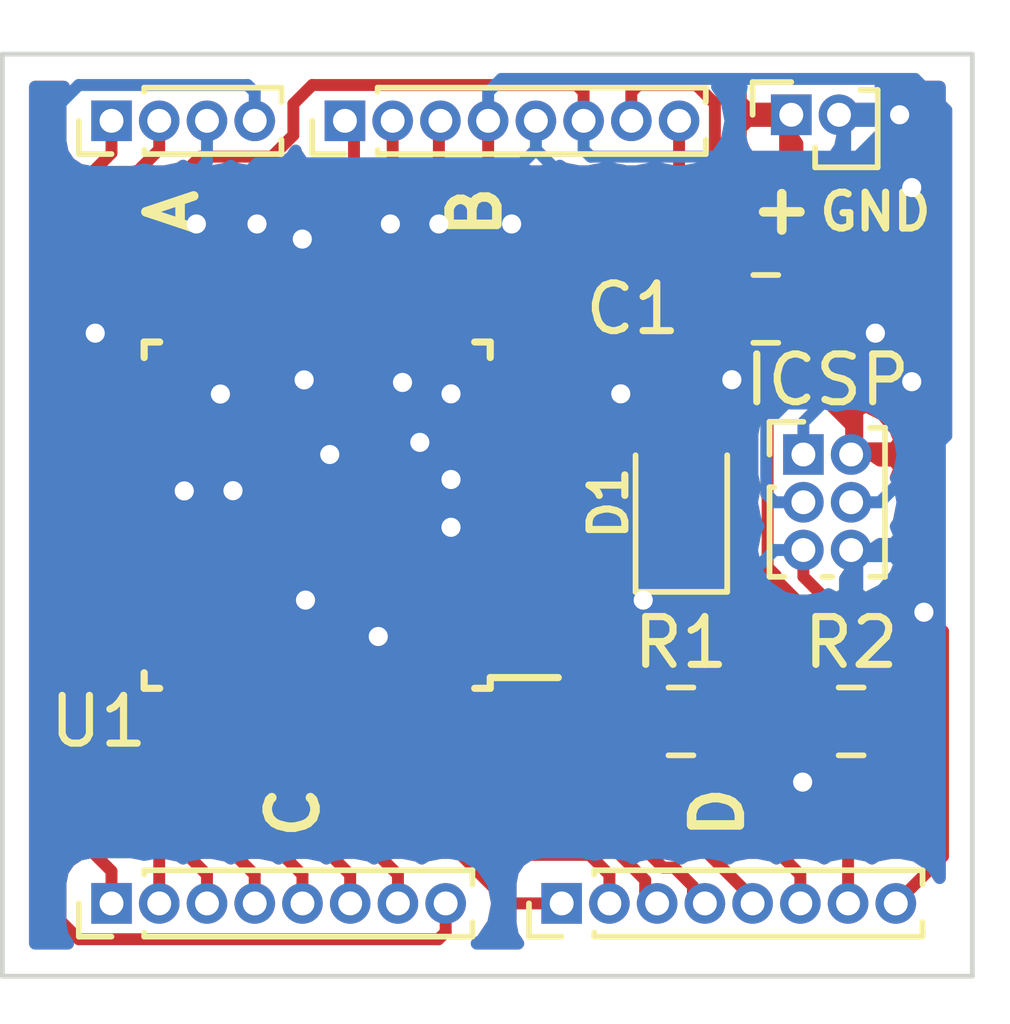
<source format=kicad_pcb>
(kicad_pcb (version 20171130) (host pcbnew 5.0.0-fee4fd1~66~ubuntu16.04.1)

  (general
    (thickness 1.6)
    (drawings 10)
    (tracks 305)
    (zones 0)
    (modules 11)
    (nets 32)
  )

  (page A4)
  (layers
    (0 F.Cu signal)
    (31 B.Cu signal)
    (32 B.Adhes user)
    (33 F.Adhes user)
    (34 B.Paste user)
    (35 F.Paste user)
    (36 B.SilkS user)
    (37 F.SilkS user)
    (38 B.Mask user)
    (39 F.Mask user)
    (40 Dwgs.User user)
    (41 Cmts.User user)
    (42 Eco1.User user)
    (43 Eco2.User user)
    (44 Edge.Cuts user)
    (45 Margin user)
    (46 B.CrtYd user)
    (47 F.CrtYd user)
    (48 B.Fab user)
    (49 F.Fab user)
  )

  (setup
    (last_trace_width 0.25)
    (trace_clearance 0.2)
    (zone_clearance 0.508)
    (zone_45_only no)
    (trace_min 0.2)
    (segment_width 0.2)
    (edge_width 0.1)
    (via_size 0.8)
    (via_drill 0.4)
    (via_min_size 0.4)
    (via_min_drill 0.3)
    (uvia_size 0.3)
    (uvia_drill 0.1)
    (uvias_allowed no)
    (uvia_min_size 0.2)
    (uvia_min_drill 0.1)
    (pcb_text_width 0.3)
    (pcb_text_size 1.5 1.5)
    (mod_edge_width 0.15)
    (mod_text_size 1 1)
    (mod_text_width 0.15)
    (pad_size 1.5 1.5)
    (pad_drill 0.6)
    (pad_to_mask_clearance 0)
    (aux_axis_origin 0 0)
    (visible_elements FFFDFF7F)
    (pcbplotparams
      (layerselection 0x010fc_ffffffff)
      (usegerberextensions false)
      (usegerberattributes false)
      (usegerberadvancedattributes false)
      (creategerberjobfile false)
      (excludeedgelayer true)
      (linewidth 0.100000)
      (plotframeref false)
      (viasonmask false)
      (mode 1)
      (useauxorigin false)
      (hpglpennumber 1)
      (hpglpenspeed 20)
      (hpglpendiameter 15.000000)
      (psnegative false)
      (psa4output false)
      (plotreference true)
      (plotvalue true)
      (plotinvisibletext false)
      (padsonsilk false)
      (subtractmaskfromsilk false)
      (outputformat 1)
      (mirror false)
      (drillshape 1)
      (scaleselection 1)
      (outputdirectory ""))
  )

  (net 0 "")
  (net 1 "Net-(J5-Pad4)")
  (net 2 "Net-(J5-Pad5)")
  (net 3 "Net-(J2-Pad3)")
  (net 4 +3V3)
  (net 5 GND)
  (net 6 "Net-(J2-Pad4)")
  (net 7 "Net-(J3-Pad7)")
  (net 8 "Net-(J3-Pad8)")
  (net 9 "Net-(J5-Pad6)")
  (net 10 "Net-(J5-Pad7)")
  (net 11 "Net-(J5-Pad8)")
  (net 12 "Net-(J3-Pad1)")
  (net 13 "Net-(J3-Pad2)")
  (net 14 "Net-(J3-Pad3)")
  (net 15 MOSI)
  (net 16 MISO)
  (net 17 SCK)
  (net 18 "Net-(J2-Pad1)")
  (net 19 "Net-(J4-Pad8)")
  (net 20 "Net-(J2-Pad2)")
  (net 21 "Net-(J4-Pad1)")
  (net 22 "Net-(J4-Pad2)")
  (net 23 "Net-(J4-Pad3)")
  (net 24 "Net-(J4-Pad4)")
  (net 25 "Net-(J4-Pad5)")
  (net 26 "Net-(J4-Pad6)")
  (net 27 RST)
  (net 28 "Net-(J5-Pad1)")
  (net 29 "Net-(J5-Pad2)")
  (net 30 "Net-(J5-Pad3)")
  (net 31 "Net-(D1-Pad2)")

  (net_class Default "This is the default net class."
    (clearance 0.2)
    (trace_width 0.25)
    (via_dia 0.8)
    (via_drill 0.4)
    (uvia_dia 0.3)
    (uvia_drill 0.1)
    (add_net +3V3)
    (add_net GND)
    (add_net MISO)
    (add_net MOSI)
    (add_net "Net-(D1-Pad2)")
    (add_net "Net-(J2-Pad1)")
    (add_net "Net-(J2-Pad2)")
    (add_net "Net-(J2-Pad3)")
    (add_net "Net-(J2-Pad4)")
    (add_net "Net-(J3-Pad1)")
    (add_net "Net-(J3-Pad2)")
    (add_net "Net-(J3-Pad3)")
    (add_net "Net-(J3-Pad7)")
    (add_net "Net-(J3-Pad8)")
    (add_net "Net-(J4-Pad1)")
    (add_net "Net-(J4-Pad2)")
    (add_net "Net-(J4-Pad3)")
    (add_net "Net-(J4-Pad4)")
    (add_net "Net-(J4-Pad5)")
    (add_net "Net-(J4-Pad6)")
    (add_net "Net-(J4-Pad8)")
    (add_net "Net-(J5-Pad1)")
    (add_net "Net-(J5-Pad2)")
    (add_net "Net-(J5-Pad3)")
    (add_net "Net-(J5-Pad4)")
    (add_net "Net-(J5-Pad5)")
    (add_net "Net-(J5-Pad6)")
    (add_net "Net-(J5-Pad7)")
    (add_net "Net-(J5-Pad8)")
    (add_net RST)
    (add_net SCK)
  )

  (module Package_QFP:TQFP-32_7x7mm_P0.8mm (layer F.Cu) (tedit 5A02F146) (tstamp 5BD1ACC2)
    (at 115.815001 60.96 180)
    (descr "32-Lead Plastic Thin Quad Flatpack (PT) - 7x7x1.0 mm Body, 2.00 mm [TQFP] (see Microchip Packaging Specification 00000049BS.pdf)")
    (tags "QFP 0.8")
    (path /5BC51C96)
    (attr smd)
    (fp_text reference U1 (at 4.580999 -4.318 180) (layer F.SilkS)
      (effects (font (size 1 1) (thickness 0.15)))
    )
    (fp_text value ATtiny88-AU (at 0 6.05 180) (layer F.Fab)
      (effects (font (size 1 1) (thickness 0.15)))
    )
    (fp_text user %R (at -4.326999 4.318 180) (layer F.Fab)
      (effects (font (size 1 1) (thickness 0.15)))
    )
    (fp_line (start -2.5 -3.5) (end 3.5 -3.5) (layer F.Fab) (width 0.15))
    (fp_line (start 3.5 -3.5) (end 3.5 3.5) (layer F.Fab) (width 0.15))
    (fp_line (start 3.5 3.5) (end -3.5 3.5) (layer F.Fab) (width 0.15))
    (fp_line (start -3.5 3.5) (end -3.5 -2.5) (layer F.Fab) (width 0.15))
    (fp_line (start -3.5 -2.5) (end -2.5 -3.5) (layer F.Fab) (width 0.15))
    (fp_line (start -5.3 -5.3) (end -5.3 5.3) (layer F.CrtYd) (width 0.05))
    (fp_line (start 5.3 -5.3) (end 5.3 5.3) (layer F.CrtYd) (width 0.05))
    (fp_line (start -5.3 -5.3) (end 5.3 -5.3) (layer F.CrtYd) (width 0.05))
    (fp_line (start -5.3 5.3) (end 5.3 5.3) (layer F.CrtYd) (width 0.05))
    (fp_line (start -3.625 -3.625) (end -3.625 -3.4) (layer F.SilkS) (width 0.15))
    (fp_line (start 3.625 -3.625) (end 3.625 -3.3) (layer F.SilkS) (width 0.15))
    (fp_line (start 3.625 3.625) (end 3.625 3.3) (layer F.SilkS) (width 0.15))
    (fp_line (start -3.625 3.625) (end -3.625 3.3) (layer F.SilkS) (width 0.15))
    (fp_line (start -3.625 -3.625) (end -3.3 -3.625) (layer F.SilkS) (width 0.15))
    (fp_line (start -3.625 3.625) (end -3.3 3.625) (layer F.SilkS) (width 0.15))
    (fp_line (start 3.625 3.625) (end 3.3 3.625) (layer F.SilkS) (width 0.15))
    (fp_line (start 3.625 -3.625) (end 3.3 -3.625) (layer F.SilkS) (width 0.15))
    (fp_line (start -3.625 -3.4) (end -5.05 -3.4) (layer F.SilkS) (width 0.15))
    (pad 1 smd rect (at -4.25 -2.8 180) (size 1.6 0.55) (layers F.Cu F.Paste F.Mask)
      (net 1 "Net-(J5-Pad4)"))
    (pad 2 smd rect (at -4.25 -2 180) (size 1.6 0.55) (layers F.Cu F.Paste F.Mask)
      (net 2 "Net-(J5-Pad5)"))
    (pad 3 smd rect (at -4.25 -1.2 180) (size 1.6 0.55) (layers F.Cu F.Paste F.Mask)
      (net 3 "Net-(J2-Pad3)"))
    (pad 4 smd rect (at -4.25 -0.4 180) (size 1.6 0.55) (layers F.Cu F.Paste F.Mask)
      (net 4 +3V3))
    (pad 5 smd rect (at -4.25 0.4 180) (size 1.6 0.55) (layers F.Cu F.Paste F.Mask)
      (net 5 GND))
    (pad 6 smd rect (at -4.25 1.2 180) (size 1.6 0.55) (layers F.Cu F.Paste F.Mask)
      (net 6 "Net-(J2-Pad4)"))
    (pad 7 smd rect (at -4.25 2 180) (size 1.6 0.55) (layers F.Cu F.Paste F.Mask)
      (net 7 "Net-(J3-Pad7)"))
    (pad 8 smd rect (at -4.25 2.8 180) (size 1.6 0.55) (layers F.Cu F.Paste F.Mask)
      (net 8 "Net-(J3-Pad8)"))
    (pad 9 smd rect (at -2.8 4.25 270) (size 1.6 0.55) (layers F.Cu F.Paste F.Mask)
      (net 9 "Net-(J5-Pad6)"))
    (pad 10 smd rect (at -2 4.25 270) (size 1.6 0.55) (layers F.Cu F.Paste F.Mask)
      (net 10 "Net-(J5-Pad7)"))
    (pad 11 smd rect (at -1.2 4.25 270) (size 1.6 0.55) (layers F.Cu F.Paste F.Mask)
      (net 11 "Net-(J5-Pad8)"))
    (pad 12 smd rect (at -0.4 4.25 270) (size 1.6 0.55) (layers F.Cu F.Paste F.Mask)
      (net 12 "Net-(J3-Pad1)"))
    (pad 13 smd rect (at 0.4 4.25 270) (size 1.6 0.55) (layers F.Cu F.Paste F.Mask)
      (net 13 "Net-(J3-Pad2)"))
    (pad 14 smd rect (at 1.2 4.25 270) (size 1.6 0.55) (layers F.Cu F.Paste F.Mask)
      (net 14 "Net-(J3-Pad3)"))
    (pad 15 smd rect (at 2 4.25 270) (size 1.6 0.55) (layers F.Cu F.Paste F.Mask)
      (net 15 MOSI))
    (pad 16 smd rect (at 2.8 4.25 270) (size 1.6 0.55) (layers F.Cu F.Paste F.Mask)
      (net 16 MISO))
    (pad 17 smd rect (at 4.25 2.8 180) (size 1.6 0.55) (layers F.Cu F.Paste F.Mask)
      (net 17 SCK))
    (pad 18 smd rect (at 4.25 2 180) (size 1.6 0.55) (layers F.Cu F.Paste F.Mask)
      (net 4 +3V3))
    (pad 19 smd rect (at 4.25 1.2 180) (size 1.6 0.55) (layers F.Cu F.Paste F.Mask)
      (net 18 "Net-(J2-Pad1)"))
    (pad 20 smd rect (at 4.25 0.4 180) (size 1.6 0.55) (layers F.Cu F.Paste F.Mask)
      (net 19 "Net-(J4-Pad8)"))
    (pad 21 smd rect (at 4.25 -0.4 180) (size 1.6 0.55) (layers F.Cu F.Paste F.Mask)
      (net 5 GND))
    (pad 22 smd rect (at 4.25 -1.2 180) (size 1.6 0.55) (layers F.Cu F.Paste F.Mask)
      (net 20 "Net-(J2-Pad2)"))
    (pad 23 smd rect (at 4.25 -2 180) (size 1.6 0.55) (layers F.Cu F.Paste F.Mask)
      (net 21 "Net-(J4-Pad1)"))
    (pad 24 smd rect (at 4.25 -2.8 180) (size 1.6 0.55) (layers F.Cu F.Paste F.Mask)
      (net 22 "Net-(J4-Pad2)"))
    (pad 25 smd rect (at 2.8 -4.25 270) (size 1.6 0.55) (layers F.Cu F.Paste F.Mask)
      (net 23 "Net-(J4-Pad3)"))
    (pad 26 smd rect (at 2 -4.25 270) (size 1.6 0.55) (layers F.Cu F.Paste F.Mask)
      (net 24 "Net-(J4-Pad4)"))
    (pad 27 smd rect (at 1.2 -4.25 270) (size 1.6 0.55) (layers F.Cu F.Paste F.Mask)
      (net 25 "Net-(J4-Pad5)"))
    (pad 28 smd rect (at 0.4 -4.25 270) (size 1.6 0.55) (layers F.Cu F.Paste F.Mask)
      (net 26 "Net-(J4-Pad6)"))
    (pad 29 smd rect (at -0.4 -4.25 270) (size 1.6 0.55) (layers F.Cu F.Paste F.Mask)
      (net 27 RST))
    (pad 30 smd rect (at -1.2 -4.25 270) (size 1.6 0.55) (layers F.Cu F.Paste F.Mask)
      (net 28 "Net-(J5-Pad1)"))
    (pad 31 smd rect (at -2 -4.25 270) (size 1.6 0.55) (layers F.Cu F.Paste F.Mask)
      (net 29 "Net-(J5-Pad2)"))
    (pad 32 smd rect (at -2.8 -4.25 270) (size 1.6 0.55) (layers F.Cu F.Paste F.Mask)
      (net 30 "Net-(J5-Pad3)"))
    (model ${KISYS3DMOD}/Package_QFP.3dshapes/TQFP-32_7x7mm_P0.8mm.wrl
      (at (xyz 0 0 0))
      (scale (xyz 1 1 1))
      (rotate (xyz 0 0 0))
    )
  )

  (module Capacitor_SMD:C_0805_2012Metric_Pad1.15x1.40mm_HandSolder (layer F.Cu) (tedit 5B36C52B) (tstamp 5BD1AED4)
    (at 125.213 56.642)
    (descr "Capacitor SMD 0805 (2012 Metric), square (rectangular) end terminal, IPC_7351 nominal with elongated pad for handsoldering. (Body size source: https://docs.google.com/spreadsheets/d/1BsfQQcO9C6DZCsRaXUlFlo91Tg2WpOkGARC1WS5S8t0/edit?usp=sharing), generated with kicad-footprint-generator")
    (tags "capacitor handsolder")
    (path /5BC52407)
    (attr smd)
    (fp_text reference C1 (at -2.785 0) (layer F.SilkS)
      (effects (font (size 1 1) (thickness 0.15)))
    )
    (fp_text value 100u (at 0 1.65) (layer F.Fab)
      (effects (font (size 1 1) (thickness 0.15)))
    )
    (fp_line (start -1 0.6) (end -1 -0.6) (layer F.Fab) (width 0.1))
    (fp_line (start -1 -0.6) (end 1 -0.6) (layer F.Fab) (width 0.1))
    (fp_line (start 1 -0.6) (end 1 0.6) (layer F.Fab) (width 0.1))
    (fp_line (start 1 0.6) (end -1 0.6) (layer F.Fab) (width 0.1))
    (fp_line (start -0.261252 -0.71) (end 0.261252 -0.71) (layer F.SilkS) (width 0.12))
    (fp_line (start -0.261252 0.71) (end 0.261252 0.71) (layer F.SilkS) (width 0.12))
    (fp_line (start -1.85 0.95) (end -1.85 -0.95) (layer F.CrtYd) (width 0.05))
    (fp_line (start -1.85 -0.95) (end 1.85 -0.95) (layer F.CrtYd) (width 0.05))
    (fp_line (start 1.85 -0.95) (end 1.85 0.95) (layer F.CrtYd) (width 0.05))
    (fp_line (start 1.85 0.95) (end -1.85 0.95) (layer F.CrtYd) (width 0.05))
    (fp_text user %R (at 0 0) (layer F.Fab)
      (effects (font (size 0.5 0.5) (thickness 0.08)))
    )
    (pad 1 smd roundrect (at -1.025 0) (size 1.15 1.4) (layers F.Cu F.Paste F.Mask) (roundrect_rratio 0.217391)
      (net 4 +3V3))
    (pad 2 smd roundrect (at 1.025 0) (size 1.15 1.4) (layers F.Cu F.Paste F.Mask) (roundrect_rratio 0.217391)
      (net 5 GND))
    (model ${KISYS3DMOD}/Capacitor_SMD.3dshapes/C_0805_2012Metric.wrl
      (at (xyz 0 0 0))
      (scale (xyz 1 1 1))
      (rotate (xyz 0 0 0))
    )
  )

  (module Diode_SMD:D_0805_2012Metric_Pad1.15x1.40mm_HandSolder (layer F.Cu) (tedit 5BC53243) (tstamp 5BD19C1C)
    (at 123.444 60.706 90)
    (descr "Diode SMD 0805 (2012 Metric), square (rectangular) end terminal, IPC_7351 nominal, (Body size source: https://docs.google.com/spreadsheets/d/1BsfQQcO9C6DZCsRaXUlFlo91Tg2WpOkGARC1WS5S8t0/edit?usp=sharing), generated with kicad-footprint-generator")
    (tags "diode handsolder")
    (path /5BC52BAA)
    (attr smd)
    (fp_text reference D1 (at 0 -1.524 90) (layer F.SilkS)
      (effects (font (size 0.75 0.75) (thickness 0.15)))
    )
    (fp_text value LED (at 0 1.65 90) (layer F.Fab)
      (effects (font (size 1 1) (thickness 0.15)))
    )
    (fp_line (start 1 -0.6) (end -0.7 -0.6) (layer F.Fab) (width 0.1))
    (fp_line (start -0.7 -0.6) (end -1 -0.3) (layer F.Fab) (width 0.1))
    (fp_line (start -1 -0.3) (end -1 0.6) (layer F.Fab) (width 0.1))
    (fp_line (start -1 0.6) (end 1 0.6) (layer F.Fab) (width 0.1))
    (fp_line (start 1 0.6) (end 1 -0.6) (layer F.Fab) (width 0.1))
    (fp_line (start 1 -0.96) (end -1.86 -0.96) (layer F.SilkS) (width 0.12))
    (fp_line (start -1.86 -0.96) (end -1.86 0.96) (layer F.SilkS) (width 0.12))
    (fp_line (start -1.86 0.96) (end 1 0.96) (layer F.SilkS) (width 0.12))
    (fp_line (start -1.85 0.95) (end -1.85 -0.95) (layer F.CrtYd) (width 0.05))
    (fp_line (start -1.85 -0.95) (end 1.85 -0.95) (layer F.CrtYd) (width 0.05))
    (fp_line (start 1.85 -0.95) (end 1.85 0.95) (layer F.CrtYd) (width 0.05))
    (fp_line (start 1.85 0.95) (end -1.85 0.95) (layer F.CrtYd) (width 0.05))
    (fp_text user %R (at 0 0 90) (layer F.Fab)
      (effects (font (size 0.5 0.5) (thickness 0.08)))
    )
    (pad 1 smd roundrect (at -1.025 0 90) (size 1.15 1.4) (layers F.Cu F.Paste F.Mask) (roundrect_rratio 0.217391)
      (net 5 GND))
    (pad 2 smd roundrect (at 1.025 0 90) (size 1.15 1.4) (layers F.Cu F.Paste F.Mask) (roundrect_rratio 0.217391)
      (net 31 "Net-(D1-Pad2)"))
    (model ${KISYS3DMOD}/Diode_SMD.3dshapes/D_0805_2012Metric.wrl
      (at (xyz 0 0 0))
      (scale (xyz 1 1 1))
      (rotate (xyz 0 0 0))
    )
  )

  (module Connector_PinSocket_1.00mm:PinSocket_1x02_P1.00mm_Vertical (layer F.Cu) (tedit 5BC5328C) (tstamp 5BD1ADBF)
    (at 125.746 52.578 90)
    (descr "Through hole straight socket strip, 1x02, 1.00mm pitch, single row (https://gct.co/files/drawings/bc065.pdf), script generated")
    (tags "Through hole socket strip THT 1x02 1.00mm single row")
    (path /5BC5C978)
    (fp_text reference J1 (at -2.54 0 90) (layer F.SilkS) hide
      (effects (font (size 1 1) (thickness 0.15)))
    )
    (fp_text value POWER (at -0.29 3.25 90) (layer F.Fab)
      (effects (font (size 1 1) (thickness 0.15)))
    )
    (fp_line (start -1.04 -0.75) (end 0.085 -0.75) (layer F.Fab) (width 0.1))
    (fp_line (start 0.085 -0.75) (end 0.46 -0.375) (layer F.Fab) (width 0.1))
    (fp_line (start 0.46 -0.375) (end 0.46 1.75) (layer F.Fab) (width 0.1))
    (fp_line (start 0.46 1.75) (end -1.04 1.75) (layer F.Fab) (width 0.1))
    (fp_line (start -1.04 1.75) (end -1.04 -0.75) (layer F.Fab) (width 0.1))
    (fp_line (start -1.1 0.5) (end -0.685 0.5) (layer F.SilkS) (width 0.12))
    (fp_line (start -1.1 0.5) (end -1.1 1.81) (layer F.SilkS) (width 0.12))
    (fp_line (start -1.1 1.81) (end 0.52 1.81) (layer F.SilkS) (width 0.12))
    (fp_line (start 0.52 1.445898) (end 0.52 1.81) (layer F.SilkS) (width 0.12))
    (fp_line (start 0.685 -0.81) (end 0.685 0) (layer F.SilkS) (width 0.12))
    (fp_line (start 0 -0.81) (end 0.685 -0.81) (layer F.SilkS) (width 0.12))
    (fp_line (start -1.54 -1.25) (end 0.96 -1.25) (layer F.CrtYd) (width 0.05))
    (fp_line (start 0.96 -1.25) (end 0.96 2.25) (layer F.CrtYd) (width 0.05))
    (fp_line (start 0.96 2.25) (end -1.54 2.25) (layer F.CrtYd) (width 0.05))
    (fp_line (start -1.54 2.25) (end -1.54 -1.25) (layer F.CrtYd) (width 0.05))
    (fp_text user %R (at -0.29 0.5 270) (layer F.Fab)
      (effects (font (size 0.9 0.9) (thickness 0.14)))
    )
    (pad 1 thru_hole rect (at 0 0 90) (size 0.85 0.85) (drill 0.5) (layers *.Cu *.Mask)
      (net 4 +3V3))
    (pad 2 thru_hole oval (at 0 1 90) (size 0.85 0.85) (drill 0.5) (layers *.Cu *.Mask)
      (net 5 GND))
    (model ${KISYS3DMOD}/Connector_PinSocket_1.00mm.3dshapes/PinSocket_1x02_P1.00mm_Vertical.wrl
      (at (xyz 0 0 0))
      (scale (xyz 1 1 1))
      (rotate (xyz 0 0 0))
    )
  )

  (module Connector_PinHeader_1.00mm:PinHeader_1x04_P1.00mm_Vertical (layer F.Cu) (tedit 5BC52E82) (tstamp 5BD20542)
    (at 111.506 52.705 90)
    (descr "Through hole straight pin header, 1x04, 1.00mm pitch, single row")
    (tags "Through hole pin header THT 1x04 1.00mm single row")
    (path /5BC53381)
    (fp_text reference J2 (at -2.54 1 90) (layer F.SilkS) hide
      (effects (font (size 1 1) (thickness 0.15)))
    )
    (fp_text value PORTA (at 0 4.56 90) (layer F.Fab)
      (effects (font (size 1 1) (thickness 0.15)))
    )
    (fp_line (start -0.3175 -0.5) (end 0.635 -0.5) (layer F.Fab) (width 0.1))
    (fp_line (start 0.635 -0.5) (end 0.635 3.5) (layer F.Fab) (width 0.1))
    (fp_line (start 0.635 3.5) (end -0.635 3.5) (layer F.Fab) (width 0.1))
    (fp_line (start -0.635 3.5) (end -0.635 -0.1825) (layer F.Fab) (width 0.1))
    (fp_line (start -0.635 -0.1825) (end -0.3175 -0.5) (layer F.Fab) (width 0.1))
    (fp_line (start -0.695 3.56) (end -0.394493 3.56) (layer F.SilkS) (width 0.12))
    (fp_line (start 0.394493 3.56) (end 0.695 3.56) (layer F.SilkS) (width 0.12))
    (fp_line (start -0.695 0.685) (end -0.695 3.56) (layer F.SilkS) (width 0.12))
    (fp_line (start 0.695 0.685) (end 0.695 3.56) (layer F.SilkS) (width 0.12))
    (fp_line (start -0.695 0.685) (end -0.608276 0.685) (layer F.SilkS) (width 0.12))
    (fp_line (start 0.608276 0.685) (end 0.695 0.685) (layer F.SilkS) (width 0.12))
    (fp_line (start -0.695 0) (end -0.695 -0.685) (layer F.SilkS) (width 0.12))
    (fp_line (start -0.695 -0.685) (end 0 -0.685) (layer F.SilkS) (width 0.12))
    (fp_line (start -1.15 -1) (end -1.15 4) (layer F.CrtYd) (width 0.05))
    (fp_line (start -1.15 4) (end 1.15 4) (layer F.CrtYd) (width 0.05))
    (fp_line (start 1.15 4) (end 1.15 -1) (layer F.CrtYd) (width 0.05))
    (fp_line (start 1.15 -1) (end -1.15 -1) (layer F.CrtYd) (width 0.05))
    (fp_text user %R (at 0 1.5 180) (layer F.Fab)
      (effects (font (size 0.76 0.76) (thickness 0.114)))
    )
    (pad 1 thru_hole rect (at 0 0 90) (size 0.85 0.85) (drill 0.5) (layers *.Cu *.Mask)
      (net 18 "Net-(J2-Pad1)"))
    (pad 2 thru_hole oval (at 0 1 90) (size 0.85 0.85) (drill 0.5) (layers *.Cu *.Mask)
      (net 20 "Net-(J2-Pad2)"))
    (pad 3 thru_hole oval (at 0 2 90) (size 0.85 0.85) (drill 0.5) (layers *.Cu *.Mask)
      (net 3 "Net-(J2-Pad3)"))
    (pad 4 thru_hole oval (at 0 3 90) (size 0.85 0.85) (drill 0.5) (layers *.Cu *.Mask)
      (net 6 "Net-(J2-Pad4)"))
    (model ${KISYS3DMOD}/Connector_PinHeader_1.00mm.3dshapes/PinHeader_1x04_P1.00mm_Vertical.wrl
      (at (xyz 0 0 0))
      (scale (xyz 1 1 1))
      (rotate (xyz 0 0 0))
    )
  )

  (module Connector_PinHeader_1.00mm:PinHeader_1x08_P1.00mm_Vertical (layer F.Cu) (tedit 5BC52E8E) (tstamp 5BD197D3)
    (at 116.396 52.705 90)
    (descr "Through hole straight pin header, 1x08, 1.00mm pitch, single row")
    (tags "Through hole pin header THT 1x08 1.00mm single row")
    (path /5BC53095)
    (fp_text reference J3 (at -2.54 2.54 90) (layer F.SilkS) hide
      (effects (font (size 1 1) (thickness 0.15)))
    )
    (fp_text value PORTB (at 0 8.56 90) (layer F.Fab)
      (effects (font (size 1 1) (thickness 0.15)))
    )
    (fp_line (start -0.3175 -0.5) (end 0.635 -0.5) (layer F.Fab) (width 0.1))
    (fp_line (start 0.635 -0.5) (end 0.635 7.5) (layer F.Fab) (width 0.1))
    (fp_line (start 0.635 7.5) (end -0.635 7.5) (layer F.Fab) (width 0.1))
    (fp_line (start -0.635 7.5) (end -0.635 -0.1825) (layer F.Fab) (width 0.1))
    (fp_line (start -0.635 -0.1825) (end -0.3175 -0.5) (layer F.Fab) (width 0.1))
    (fp_line (start -0.695 7.56) (end -0.394493 7.56) (layer F.SilkS) (width 0.12))
    (fp_line (start 0.394493 7.56) (end 0.695 7.56) (layer F.SilkS) (width 0.12))
    (fp_line (start -0.695 0.685) (end -0.695 7.56) (layer F.SilkS) (width 0.12))
    (fp_line (start 0.695 0.685) (end 0.695 7.56) (layer F.SilkS) (width 0.12))
    (fp_line (start -0.695 0.685) (end -0.608276 0.685) (layer F.SilkS) (width 0.12))
    (fp_line (start 0.608276 0.685) (end 0.695 0.685) (layer F.SilkS) (width 0.12))
    (fp_line (start -0.695 0) (end -0.695 -0.685) (layer F.SilkS) (width 0.12))
    (fp_line (start -0.695 -0.685) (end 0 -0.685) (layer F.SilkS) (width 0.12))
    (fp_line (start -1.15 -1) (end -1.15 8) (layer F.CrtYd) (width 0.05))
    (fp_line (start -1.15 8) (end 1.15 8) (layer F.CrtYd) (width 0.05))
    (fp_line (start 1.15 8) (end 1.15 -1) (layer F.CrtYd) (width 0.05))
    (fp_line (start 1.15 -1) (end -1.15 -1) (layer F.CrtYd) (width 0.05))
    (fp_text user %R (at 0 3.5 180) (layer F.Fab)
      (effects (font (size 0.76 0.76) (thickness 0.114)))
    )
    (pad 1 thru_hole rect (at 0 0 90) (size 0.85 0.85) (drill 0.5) (layers *.Cu *.Mask)
      (net 12 "Net-(J3-Pad1)"))
    (pad 2 thru_hole oval (at 0 1 90) (size 0.85 0.85) (drill 0.5) (layers *.Cu *.Mask)
      (net 13 "Net-(J3-Pad2)"))
    (pad 3 thru_hole oval (at 0 2 90) (size 0.85 0.85) (drill 0.5) (layers *.Cu *.Mask)
      (net 14 "Net-(J3-Pad3)"))
    (pad 4 thru_hole oval (at 0 3 90) (size 0.85 0.85) (drill 0.5) (layers *.Cu *.Mask)
      (net 15 MOSI))
    (pad 5 thru_hole oval (at 0 4 90) (size 0.85 0.85) (drill 0.5) (layers *.Cu *.Mask)
      (net 16 MISO))
    (pad 6 thru_hole oval (at 0 5 90) (size 0.85 0.85) (drill 0.5) (layers *.Cu *.Mask)
      (net 17 SCK))
    (pad 7 thru_hole oval (at 0 6 90) (size 0.85 0.85) (drill 0.5) (layers *.Cu *.Mask)
      (net 7 "Net-(J3-Pad7)"))
    (pad 8 thru_hole oval (at 0 7 90) (size 0.85 0.85) (drill 0.5) (layers *.Cu *.Mask)
      (net 8 "Net-(J3-Pad8)"))
    (model ${KISYS3DMOD}/Connector_PinHeader_1.00mm.3dshapes/PinHeader_1x08_P1.00mm_Vertical.wrl
      (at (xyz 0 0 0))
      (scale (xyz 1 1 1))
      (rotate (xyz 0 0 0))
    )
  )

  (module Connector_PinHeader_1.00mm:PinHeader_1x08_P1.00mm_Vertical (layer F.Cu) (tedit 5BC52E96) (tstamp 5BD18FC0)
    (at 111.506 69.088 90)
    (descr "Through hole straight pin header, 1x08, 1.00mm pitch, single row")
    (tags "Through hole pin header THT 1x08 1.00mm single row")
    (path /5BC53271)
    (fp_text reference J4 (at 2.54 3.81 90) (layer F.SilkS) hide
      (effects (font (size 1 1) (thickness 0.15)))
    )
    (fp_text value PORTC (at 0 8.56 90) (layer F.Fab)
      (effects (font (size 1 1) (thickness 0.15)))
    )
    (fp_text user %R (at 0 3.5 180) (layer F.Fab)
      (effects (font (size 0.76 0.76) (thickness 0.114)))
    )
    (fp_line (start 1.15 -1) (end -1.15 -1) (layer F.CrtYd) (width 0.05))
    (fp_line (start 1.15 8) (end 1.15 -1) (layer F.CrtYd) (width 0.05))
    (fp_line (start -1.15 8) (end 1.15 8) (layer F.CrtYd) (width 0.05))
    (fp_line (start -1.15 -1) (end -1.15 8) (layer F.CrtYd) (width 0.05))
    (fp_line (start -0.695 -0.685) (end 0 -0.685) (layer F.SilkS) (width 0.12))
    (fp_line (start -0.695 0) (end -0.695 -0.685) (layer F.SilkS) (width 0.12))
    (fp_line (start 0.608276 0.685) (end 0.695 0.685) (layer F.SilkS) (width 0.12))
    (fp_line (start -0.695 0.685) (end -0.608276 0.685) (layer F.SilkS) (width 0.12))
    (fp_line (start 0.695 0.685) (end 0.695 7.56) (layer F.SilkS) (width 0.12))
    (fp_line (start -0.695 0.685) (end -0.695 7.56) (layer F.SilkS) (width 0.12))
    (fp_line (start 0.394493 7.56) (end 0.695 7.56) (layer F.SilkS) (width 0.12))
    (fp_line (start -0.695 7.56) (end -0.394493 7.56) (layer F.SilkS) (width 0.12))
    (fp_line (start -0.635 -0.1825) (end -0.3175 -0.5) (layer F.Fab) (width 0.1))
    (fp_line (start -0.635 7.5) (end -0.635 -0.1825) (layer F.Fab) (width 0.1))
    (fp_line (start 0.635 7.5) (end -0.635 7.5) (layer F.Fab) (width 0.1))
    (fp_line (start 0.635 -0.5) (end 0.635 7.5) (layer F.Fab) (width 0.1))
    (fp_line (start -0.3175 -0.5) (end 0.635 -0.5) (layer F.Fab) (width 0.1))
    (pad 8 thru_hole oval (at 0 7 90) (size 0.85 0.85) (drill 0.5) (layers *.Cu *.Mask)
      (net 19 "Net-(J4-Pad8)"))
    (pad 7 thru_hole oval (at 0 6 90) (size 0.85 0.85) (drill 0.5) (layers *.Cu *.Mask)
      (net 27 RST))
    (pad 6 thru_hole oval (at 0 5 90) (size 0.85 0.85) (drill 0.5) (layers *.Cu *.Mask)
      (net 26 "Net-(J4-Pad6)"))
    (pad 5 thru_hole oval (at 0 4 90) (size 0.85 0.85) (drill 0.5) (layers *.Cu *.Mask)
      (net 25 "Net-(J4-Pad5)"))
    (pad 4 thru_hole oval (at 0 3 90) (size 0.85 0.85) (drill 0.5) (layers *.Cu *.Mask)
      (net 24 "Net-(J4-Pad4)"))
    (pad 3 thru_hole oval (at 0 2 90) (size 0.85 0.85) (drill 0.5) (layers *.Cu *.Mask)
      (net 23 "Net-(J4-Pad3)"))
    (pad 2 thru_hole oval (at 0 1 90) (size 0.85 0.85) (drill 0.5) (layers *.Cu *.Mask)
      (net 22 "Net-(J4-Pad2)"))
    (pad 1 thru_hole rect (at 0 0 90) (size 0.85 0.85) (drill 0.5) (layers *.Cu *.Mask)
      (net 21 "Net-(J4-Pad1)"))
    (model ${KISYS3DMOD}/Connector_PinHeader_1.00mm.3dshapes/PinHeader_1x08_P1.00mm_Vertical.wrl
      (at (xyz 0 0 0))
      (scale (xyz 1 1 1))
      (rotate (xyz 0 0 0))
    )
  )

  (module Connector_PinHeader_1.00mm:PinHeader_1x08_P1.00mm_Vertical (layer F.Cu) (tedit 5BC52E9B) (tstamp 5BD18FDE)
    (at 120.936 69.088 90)
    (descr "Through hole straight pin header, 1x08, 1.00mm pitch, single row")
    (tags "Through hole pin header THT 1x08 1.00mm single row")
    (path /5BC532D3)
    (fp_text reference J5 (at 2.54 4.54 90) (layer F.SilkS) hide
      (effects (font (size 1 1) (thickness 0.15)))
    )
    (fp_text value PORTD (at 0 8.56 90) (layer F.Fab)
      (effects (font (size 1 1) (thickness 0.15)))
    )
    (fp_line (start -0.3175 -0.5) (end 0.635 -0.5) (layer F.Fab) (width 0.1))
    (fp_line (start 0.635 -0.5) (end 0.635 7.5) (layer F.Fab) (width 0.1))
    (fp_line (start 0.635 7.5) (end -0.635 7.5) (layer F.Fab) (width 0.1))
    (fp_line (start -0.635 7.5) (end -0.635 -0.1825) (layer F.Fab) (width 0.1))
    (fp_line (start -0.635 -0.1825) (end -0.3175 -0.5) (layer F.Fab) (width 0.1))
    (fp_line (start -0.695 7.56) (end -0.394493 7.56) (layer F.SilkS) (width 0.12))
    (fp_line (start 0.394493 7.56) (end 0.695 7.56) (layer F.SilkS) (width 0.12))
    (fp_line (start -0.695 0.685) (end -0.695 7.56) (layer F.SilkS) (width 0.12))
    (fp_line (start 0.695 0.685) (end 0.695 7.56) (layer F.SilkS) (width 0.12))
    (fp_line (start -0.695 0.685) (end -0.608276 0.685) (layer F.SilkS) (width 0.12))
    (fp_line (start 0.608276 0.685) (end 0.695 0.685) (layer F.SilkS) (width 0.12))
    (fp_line (start -0.695 0) (end -0.695 -0.685) (layer F.SilkS) (width 0.12))
    (fp_line (start -0.695 -0.685) (end 0 -0.685) (layer F.SilkS) (width 0.12))
    (fp_line (start -1.15 -1) (end -1.15 8) (layer F.CrtYd) (width 0.05))
    (fp_line (start -1.15 8) (end 1.15 8) (layer F.CrtYd) (width 0.05))
    (fp_line (start 1.15 8) (end 1.15 -1) (layer F.CrtYd) (width 0.05))
    (fp_line (start 1.15 -1) (end -1.15 -1) (layer F.CrtYd) (width 0.05))
    (fp_text user %R (at 0 3.5 180) (layer F.Fab)
      (effects (font (size 0.76 0.76) (thickness 0.114)))
    )
    (pad 1 thru_hole rect (at 0 0 90) (size 0.85 0.85) (drill 0.5) (layers *.Cu *.Mask)
      (net 28 "Net-(J5-Pad1)"))
    (pad 2 thru_hole oval (at 0 1 90) (size 0.85 0.85) (drill 0.5) (layers *.Cu *.Mask)
      (net 29 "Net-(J5-Pad2)"))
    (pad 3 thru_hole oval (at 0 2 90) (size 0.85 0.85) (drill 0.5) (layers *.Cu *.Mask)
      (net 30 "Net-(J5-Pad3)"))
    (pad 4 thru_hole oval (at 0 3 90) (size 0.85 0.85) (drill 0.5) (layers *.Cu *.Mask)
      (net 1 "Net-(J5-Pad4)"))
    (pad 5 thru_hole oval (at 0 4 90) (size 0.85 0.85) (drill 0.5) (layers *.Cu *.Mask)
      (net 2 "Net-(J5-Pad5)"))
    (pad 6 thru_hole oval (at 0 5 90) (size 0.85 0.85) (drill 0.5) (layers *.Cu *.Mask)
      (net 9 "Net-(J5-Pad6)"))
    (pad 7 thru_hole oval (at 0 6 90) (size 0.85 0.85) (drill 0.5) (layers *.Cu *.Mask)
      (net 10 "Net-(J5-Pad7)"))
    (pad 8 thru_hole oval (at 0 7 90) (size 0.85 0.85) (drill 0.5) (layers *.Cu *.Mask)
      (net 11 "Net-(J5-Pad8)"))
    (model ${KISYS3DMOD}/Connector_PinHeader_1.00mm.3dshapes/PinHeader_1x08_P1.00mm_Vertical.wrl
      (at (xyz 0 0 0))
      (scale (xyz 1 1 1))
      (rotate (xyz 0 0 0))
    )
  )

  (module Connector_PinHeader_1.00mm:PinHeader_2x03_P1.00mm_Vertical (layer F.Cu) (tedit 5BC52FD2) (tstamp 5BD18FFB)
    (at 126 59.69)
    (descr "Through hole straight pin header, 2x03, 1.00mm pitch, double rows")
    (tags "Through hole pin header THT 2x03 1.00mm double row")
    (path /5BC52018)
    (fp_text reference ICSP (at 0.5 -1.56) (layer F.SilkS)
      (effects (font (size 1 1) (thickness 0.15)))
    )
    (fp_text value ICSP (at 0.5 3.56) (layer F.Fab)
      (effects (font (size 1 1) (thickness 0.15)))
    )
    (fp_line (start -0.075 -0.5) (end 1.65 -0.5) (layer F.Fab) (width 0.1))
    (fp_line (start 1.65 -0.5) (end 1.65 2.5) (layer F.Fab) (width 0.1))
    (fp_line (start 1.65 2.5) (end -0.65 2.5) (layer F.Fab) (width 0.1))
    (fp_line (start -0.65 2.5) (end -0.65 0.075) (layer F.Fab) (width 0.1))
    (fp_line (start -0.65 0.075) (end -0.075 -0.5) (layer F.Fab) (width 0.1))
    (fp_line (start -0.71 2.56) (end -0.394493 2.56) (layer F.SilkS) (width 0.12))
    (fp_line (start 1.394493 2.56) (end 1.71 2.56) (layer F.SilkS) (width 0.12))
    (fp_line (start 0.394493 2.56) (end 0.605507 2.56) (layer F.SilkS) (width 0.12))
    (fp_line (start -0.71 0.685) (end -0.71 2.56) (layer F.SilkS) (width 0.12))
    (fp_line (start 1.71 -0.56) (end 1.71 2.56) (layer F.SilkS) (width 0.12))
    (fp_line (start -0.71 0.685) (end -0.608276 0.685) (layer F.SilkS) (width 0.12))
    (fp_line (start 1.394493 -0.56) (end 1.71 -0.56) (layer F.SilkS) (width 0.12))
    (fp_line (start -0.71 0) (end -0.71 -0.685) (layer F.SilkS) (width 0.12))
    (fp_line (start -0.71 -0.685) (end 0 -0.685) (layer F.SilkS) (width 0.12))
    (fp_line (start -1.15 -1) (end -1.15 3) (layer F.CrtYd) (width 0.05))
    (fp_line (start -1.15 3) (end 2.15 3) (layer F.CrtYd) (width 0.05))
    (fp_line (start 2.15 3) (end 2.15 -1) (layer F.CrtYd) (width 0.05))
    (fp_line (start 2.15 -1) (end -1.15 -1) (layer F.CrtYd) (width 0.05))
    (fp_text user %R (at 0.5 1 90) (layer F.Fab)
      (effects (font (size 1 1) (thickness 0.15)))
    )
    (pad 1 thru_hole rect (at 0 0) (size 0.85 0.85) (drill 0.5) (layers *.Cu *.Mask)
      (net 16 MISO))
    (pad 2 thru_hole oval (at 1 0) (size 0.85 0.85) (drill 0.5) (layers *.Cu *.Mask)
      (net 4 +3V3))
    (pad 3 thru_hole oval (at 0 1) (size 0.85 0.85) (drill 0.5) (layers *.Cu *.Mask)
      (net 17 SCK))
    (pad 4 thru_hole oval (at 1 1) (size 0.85 0.85) (drill 0.5) (layers *.Cu *.Mask)
      (net 15 MOSI))
    (pad 5 thru_hole oval (at 0 2) (size 0.85 0.85) (drill 0.5) (layers *.Cu *.Mask)
      (net 27 RST))
    (pad 6 thru_hole oval (at 1 2) (size 0.85 0.85) (drill 0.5) (layers *.Cu *.Mask)
      (net 5 GND))
    (model ${KISYS3DMOD}/Connector_PinHeader_1.00mm.3dshapes/PinHeader_2x03_P1.00mm_Vertical.wrl
      (at (xyz 0 0 0))
      (scale (xyz 1 1 1))
      (rotate (xyz 0 0 0))
    )
  )

  (module Resistor_SMD:R_0805_2012Metric_Pad1.15x1.40mm_HandSolder (layer F.Cu) (tedit 5B36C52B) (tstamp 5BD1AF26)
    (at 123.435 65.278)
    (descr "Resistor SMD 0805 (2012 Metric), square (rectangular) end terminal, IPC_7351 nominal with elongated pad for handsoldering. (Body size source: https://docs.google.com/spreadsheets/d/1BsfQQcO9C6DZCsRaXUlFlo91Tg2WpOkGARC1WS5S8t0/edit?usp=sharing), generated with kicad-footprint-generator")
    (tags "resistor handsolder")
    (path /5BC52C1A)
    (attr smd)
    (fp_text reference R1 (at 0 -1.65) (layer F.SilkS)
      (effects (font (size 1 1) (thickness 0.15)))
    )
    (fp_text value R (at 0 1.65) (layer F.Fab)
      (effects (font (size 1 1) (thickness 0.15)))
    )
    (fp_text user %R (at 0 0) (layer F.Fab)
      (effects (font (size 0.5 0.5) (thickness 0.08)))
    )
    (fp_line (start 1.85 0.95) (end -1.85 0.95) (layer F.CrtYd) (width 0.05))
    (fp_line (start 1.85 -0.95) (end 1.85 0.95) (layer F.CrtYd) (width 0.05))
    (fp_line (start -1.85 -0.95) (end 1.85 -0.95) (layer F.CrtYd) (width 0.05))
    (fp_line (start -1.85 0.95) (end -1.85 -0.95) (layer F.CrtYd) (width 0.05))
    (fp_line (start -0.261252 0.71) (end 0.261252 0.71) (layer F.SilkS) (width 0.12))
    (fp_line (start -0.261252 -0.71) (end 0.261252 -0.71) (layer F.SilkS) (width 0.12))
    (fp_line (start 1 0.6) (end -1 0.6) (layer F.Fab) (width 0.1))
    (fp_line (start 1 -0.6) (end 1 0.6) (layer F.Fab) (width 0.1))
    (fp_line (start -1 -0.6) (end 1 -0.6) (layer F.Fab) (width 0.1))
    (fp_line (start -1 0.6) (end -1 -0.6) (layer F.Fab) (width 0.1))
    (pad 2 smd roundrect (at 1.025 0) (size 1.15 1.4) (layers F.Cu F.Paste F.Mask) (roundrect_rratio 0.217391)
      (net 4 +3V3))
    (pad 1 smd roundrect (at -1.025 0) (size 1.15 1.4) (layers F.Cu F.Paste F.Mask) (roundrect_rratio 0.217391)
      (net 31 "Net-(D1-Pad2)"))
    (model ${KISYS3DMOD}/Resistor_SMD.3dshapes/R_0805_2012Metric.wrl
      (at (xyz 0 0 0))
      (scale (xyz 1 1 1))
      (rotate (xyz 0 0 0))
    )
  )

  (module Resistor_SMD:R_0805_2012Metric_Pad1.15x1.40mm_HandSolder (layer F.Cu) (tedit 5B36C52B) (tstamp 5BD1901D)
    (at 127 65.278)
    (descr "Resistor SMD 0805 (2012 Metric), square (rectangular) end terminal, IPC_7351 nominal with elongated pad for handsoldering. (Body size source: https://docs.google.com/spreadsheets/d/1BsfQQcO9C6DZCsRaXUlFlo91Tg2WpOkGARC1WS5S8t0/edit?usp=sharing), generated with kicad-footprint-generator")
    (tags "resistor handsolder")
    (path /5BC52AD1)
    (attr smd)
    (fp_text reference R2 (at 0 -1.65) (layer F.SilkS)
      (effects (font (size 1 1) (thickness 0.15)))
    )
    (fp_text value R (at 0 1.65) (layer F.Fab)
      (effects (font (size 1 1) (thickness 0.15)))
    )
    (fp_line (start -1 0.6) (end -1 -0.6) (layer F.Fab) (width 0.1))
    (fp_line (start -1 -0.6) (end 1 -0.6) (layer F.Fab) (width 0.1))
    (fp_line (start 1 -0.6) (end 1 0.6) (layer F.Fab) (width 0.1))
    (fp_line (start 1 0.6) (end -1 0.6) (layer F.Fab) (width 0.1))
    (fp_line (start -0.261252 -0.71) (end 0.261252 -0.71) (layer F.SilkS) (width 0.12))
    (fp_line (start -0.261252 0.71) (end 0.261252 0.71) (layer F.SilkS) (width 0.12))
    (fp_line (start -1.85 0.95) (end -1.85 -0.95) (layer F.CrtYd) (width 0.05))
    (fp_line (start -1.85 -0.95) (end 1.85 -0.95) (layer F.CrtYd) (width 0.05))
    (fp_line (start 1.85 -0.95) (end 1.85 0.95) (layer F.CrtYd) (width 0.05))
    (fp_line (start 1.85 0.95) (end -1.85 0.95) (layer F.CrtYd) (width 0.05))
    (fp_text user %R (at 0 0) (layer F.Fab)
      (effects (font (size 0.5 0.5) (thickness 0.08)))
    )
    (pad 1 smd roundrect (at -1.025 0) (size 1.15 1.4) (layers F.Cu F.Paste F.Mask) (roundrect_rratio 0.217391)
      (net 4 +3V3))
    (pad 2 smd roundrect (at 1.025 0) (size 1.15 1.4) (layers F.Cu F.Paste F.Mask) (roundrect_rratio 0.217391)
      (net 27 RST))
    (model ${KISYS3DMOD}/Resistor_SMD.3dshapes/R_0805_2012Metric.wrl
      (at (xyz 0 0 0))
      (scale (xyz 1 1 1))
      (rotate (xyz 0 0 0))
    )
  )

  (gr_text GND (at 127.508 54.61) (layer F.SilkS) (tstamp 5BD1A19F)
    (effects (font (size 0.75 0.75) (thickness 0.15)))
  )
  (gr_text + (at 125.476 54.61 90) (layer F.SilkS) (tstamp 5BD1A19F)
    (effects (font (size 1 1) (thickness 0.2)))
  )
  (gr_line (start 129.54 51.308) (end 109.22 51.308) (layer Edge.Cuts) (width 0.1))
  (gr_line (start 129.54 70.612) (end 129.54 51.308) (layer Edge.Cuts) (width 0.1))
  (gr_line (start 109.22 70.612) (end 129.54 70.612) (layer Edge.Cuts) (width 0.1) (tstamp 5BD1AF72))
  (gr_line (start 109.22 51.308) (end 109.22 70.612) (layer Edge.Cuts) (width 0.1))
  (gr_text D (at 124.206 67.183 90) (layer F.SilkS) (tstamp 5BD1A19F)
    (effects (font (size 1 1) (thickness 0.2)))
  )
  (gr_text C (at 115.316 67.183 90) (layer F.SilkS) (tstamp 5BD1A19F)
    (effects (font (size 1 1) (thickness 0.2)))
  )
  (gr_text B (at 119.126 54.61 90) (layer F.SilkS) (tstamp 5BD1A19F)
    (effects (font (size 1 1) (thickness 0.2)))
  )
  (gr_text A (at 112.776 54.61 90) (layer F.SilkS)
    (effects (font (size 1 1) (thickness 0.2)))
  )

  (segment (start 120.70799 67.11399) (end 120.065001 66.471001) (width 0.25) (layer F.Cu) (net 1))
  (segment (start 121.83585 67.11399) (end 120.70799 67.11399) (width 0.25) (layer F.Cu) (net 1))
  (segment (start 123.059859 68.337999) (end 121.83585 67.11399) (width 0.25) (layer F.Cu) (net 1))
  (segment (start 123.698 69.088) (end 123.686001 69.076001) (width 0.25) (layer F.Cu) (net 1))
  (segment (start 120.065001 64.084999) (end 120.065001 63.76) (width 0.25) (layer F.Cu) (net 1))
  (segment (start 120.065001 66.471001) (end 120.065001 64.084999) (width 0.25) (layer F.Cu) (net 1))
  (segment (start 123.686001 69.076001) (end 123.686001 68.727999) (width 0.25) (layer F.Cu) (net 1))
  (segment (start 123.296001 68.337999) (end 123.059859 68.337999) (width 0.25) (layer F.Cu) (net 1))
  (segment (start 123.936 69.088) (end 123.698 69.088) (width 0.25) (layer F.Cu) (net 1))
  (segment (start 123.686001 68.727999) (end 123.296001 68.337999) (width 0.25) (layer F.Cu) (net 1))
  (segment (start 121.190002 63.035001) (end 121.115001 62.96) (width 0.25) (layer F.Cu) (net 2))
  (segment (start 121.190002 65.646192) (end 121.190002 63.035001) (width 0.25) (layer F.Cu) (net 2))
  (segment (start 121.84682 66.30301) (end 121.190002 65.646192) (width 0.25) (layer F.Cu) (net 2))
  (segment (start 122.261012 66.30301) (end 121.84682 66.30301) (width 0.25) (layer F.Cu) (net 2))
  (segment (start 121.115001 62.96) (end 120.065001 62.96) (width 0.25) (layer F.Cu) (net 2))
  (segment (start 124.936 68.977998) (end 122.261012 66.30301) (width 0.25) (layer F.Cu) (net 2))
  (segment (start 124.936 69.088) (end 124.936 68.977998) (width 0.25) (layer F.Cu) (net 2))
  (segment (start 120.065001 62.16) (end 117.982315 62.16) (width 0.25) (layer F.Cu) (net 3))
  (segment (start 116.078 60.255685) (end 116.078 59.69) (width 0.25) (layer F.Cu) (net 3))
  (segment (start 117.982315 62.16) (end 116.078 60.255685) (width 0.25) (layer F.Cu) (net 3))
  (via (at 116.078 59.69) (size 0.8) (drill 0.4) (layers F.Cu B.Cu) (net 3))
  (segment (start 112.55899 54.515998) (end 112.55899 56.17099) (width 0.25) (layer B.Cu) (net 3))
  (segment (start 113.506 53.568988) (end 112.55899 54.515998) (width 0.25) (layer B.Cu) (net 3))
  (segment (start 112.55899 56.17099) (end 116.078 59.69) (width 0.25) (layer B.Cu) (net 3))
  (segment (start 113.506 52.705) (end 113.506 53.568988) (width 0.25) (layer B.Cu) (net 3))
  (segment (start 125.176412 57.265372) (end 127 59.08896) (width 0.25) (layer F.Cu) (net 4))
  (segment (start 127 59.08896) (end 127 59.69) (width 0.25) (layer F.Cu) (net 4))
  (segment (start 124.811372 57.265372) (end 125.176412 57.265372) (width 0.25) (layer F.Cu) (net 4))
  (segment (start 124.188 56.642) (end 124.811372 57.265372) (width 0.25) (layer F.Cu) (net 4))
  (via (at 118.618 61.214) (size 0.8) (drill 0.4) (layers F.Cu B.Cu) (net 4))
  (segment (start 119.919001 61.214) (end 120.065001 61.36) (width 0.25) (layer F.Cu) (net 4))
  (segment (start 118.618 61.214) (end 119.919001 61.214) (width 0.25) (layer F.Cu) (net 4))
  (via (at 113.03 60.452) (size 0.8) (drill 0.4) (layers F.Cu B.Cu) (net 4))
  (segment (start 113.03 59.886315) (end 113.03 60.452) (width 0.25) (layer F.Cu) (net 4))
  (segment (start 113.03 59.374999) (end 113.03 59.886315) (width 0.25) (layer F.Cu) (net 4))
  (segment (start 112.615001 58.96) (end 113.03 59.374999) (width 0.25) (layer F.Cu) (net 4))
  (segment (start 111.565001 58.96) (end 112.615001 58.96) (width 0.25) (layer F.Cu) (net 4))
  (segment (start 125.746 55.084) (end 124.188 56.642) (width 0.25) (layer F.Cu) (net 4))
  (segment (start 125.746 52.578) (end 125.746 55.084) (width 0.25) (layer F.Cu) (net 4))
  (segment (start 124.46 65.278) (end 125.975 65.278) (width 0.25) (layer F.Cu) (net 4))
  (via (at 125.984 66.548) (size 0.8) (drill 0.4) (layers F.Cu B.Cu) (net 4))
  (segment (start 125.975 66.539) (end 125.984 66.548) (width 0.25) (layer F.Cu) (net 4))
  (segment (start 125.975 65.278) (end 125.975 66.539) (width 0.25) (layer F.Cu) (net 4))
  (segment (start 118.306998 66.548) (end 113.03 61.271002) (width 0.25) (layer B.Cu) (net 4))
  (segment (start 125.984 66.548) (end 118.306998 66.548) (width 0.25) (layer B.Cu) (net 4))
  (segment (start 113.03 61.017685) (end 113.03 60.452) (width 0.25) (layer B.Cu) (net 4))
  (segment (start 113.03 61.271002) (end 113.03 61.017685) (width 0.25) (layer B.Cu) (net 4))
  (segment (start 113.893023 61.315023) (end 113.429999 60.851999) (width 0.25) (layer B.Cu) (net 4))
  (segment (start 117.951292 61.315023) (end 113.893023 61.315023) (width 0.25) (layer B.Cu) (net 4))
  (segment (start 118.618 61.214) (end 118.052315 61.214) (width 0.25) (layer B.Cu) (net 4))
  (segment (start 118.052315 61.214) (end 117.951292 61.315023) (width 0.25) (layer B.Cu) (net 4))
  (segment (start 113.429999 60.851999) (end 113.03 60.452) (width 0.25) (layer B.Cu) (net 4))
  (segment (start 126.861372 56.018628) (end 126.861372 52.693372) (width 0.25) (layer F.Cu) (net 5))
  (segment (start 126.861372 52.693372) (end 126.746 52.578) (width 0.25) (layer F.Cu) (net 5))
  (segment (start 126.238 56.642) (end 126.861372 56.018628) (width 0.25) (layer F.Cu) (net 5))
  (via (at 114.050653 60.447347) (size 0.8) (drill 0.4) (layers F.Cu B.Cu) (net 5))
  (segment (start 114.050653 60.504349) (end 114.050653 60.447347) (width 0.25) (layer F.Cu) (net 5))
  (segment (start 113.195002 61.36) (end 114.050653 60.504349) (width 0.25) (layer F.Cu) (net 5))
  (segment (start 111.565001 61.36) (end 113.195002 61.36) (width 0.25) (layer F.Cu) (net 5))
  (via (at 118.618 60.213997) (size 0.8) (drill 0.4) (layers F.Cu B.Cu) (net 5))
  (segment (start 118.964003 60.56) (end 120.065001 60.56) (width 0.25) (layer F.Cu) (net 5))
  (segment (start 118.618 60.213997) (end 118.964003 60.56) (width 0.25) (layer F.Cu) (net 5))
  (segment (start 122.64501 62.52999) (end 122.64501 62.738) (width 0.25) (layer F.Cu) (net 5))
  (segment (start 123.444 61.731) (end 122.64501 62.52999) (width 0.25) (layer F.Cu) (net 5))
  (via (at 122.64501 62.738) (size 0.8) (drill 0.4) (layers F.Cu B.Cu) (net 5))
  (segment (start 114.468318 60.865012) (end 117.4013 60.865012) (width 0.25) (layer B.Cu) (net 5))
  (segment (start 118.052315 60.213997) (end 118.618 60.213997) (width 0.25) (layer B.Cu) (net 5))
  (segment (start 117.4013 60.865012) (end 118.052315 60.213997) (width 0.25) (layer B.Cu) (net 5))
  (segment (start 114.050653 60.447347) (end 114.468318 60.865012) (width 0.25) (layer B.Cu) (net 5))
  (via (at 117.964999 59.436) (size 0.8) (drill 0.4) (layers F.Cu B.Cu) (net 6))
  (segment (start 119.264 59.76) (end 120.065001 59.76) (width 0.25) (layer F.Cu) (net 6))
  (segment (start 118.94 59.436) (end 119.264 59.76) (width 0.25) (layer F.Cu) (net 6))
  (segment (start 117.964999 59.436) (end 118.94 59.436) (width 0.25) (layer F.Cu) (net 6))
  (segment (start 116.985998 60.415001) (end 117.565 59.835999) (width 0.25) (layer B.Cu) (net 6))
  (segment (start 114.506 52.705) (end 114.506 52.10396) (width 0.25) (layer B.Cu) (net 6))
  (segment (start 110.236 52.539998) (end 110.236 57.294002) (width 0.25) (layer B.Cu) (net 6))
  (segment (start 110.236 57.294002) (end 112.377998 59.436) (width 0.25) (layer B.Cu) (net 6))
  (segment (start 110.820999 51.954999) (end 110.236 52.539998) (width 0.25) (layer B.Cu) (net 6))
  (segment (start 112.377998 59.436) (end 114.750998 59.436) (width 0.25) (layer B.Cu) (net 6))
  (segment (start 115.729999 60.415001) (end 116.985998 60.415001) (width 0.25) (layer B.Cu) (net 6))
  (segment (start 114.750998 59.436) (end 115.729999 60.415001) (width 0.25) (layer B.Cu) (net 6))
  (segment (start 114.357039 51.954999) (end 110.820999 51.954999) (width 0.25) (layer B.Cu) (net 6))
  (segment (start 114.506 52.10396) (end 114.357039 51.954999) (width 0.25) (layer B.Cu) (net 6))
  (segment (start 117.565 59.835999) (end 117.964999 59.436) (width 0.25) (layer B.Cu) (net 6))
  (segment (start 122.396 52.10396) (end 122.396 52.705) (width 0.25) (layer F.Cu) (net 7))
  (segment (start 123.756001 51.954999) (end 122.544961 51.954999) (width 0.25) (layer F.Cu) (net 7))
  (segment (start 124.146001 52.344999) (end 123.756001 51.954999) (width 0.25) (layer F.Cu) (net 7))
  (segment (start 124.146001 54.669) (end 124.146001 52.344999) (width 0.25) (layer F.Cu) (net 7))
  (segment (start 121.190002 57.624999) (end 124.146001 54.669) (width 0.25) (layer F.Cu) (net 7))
  (segment (start 121.190002 58.884999) (end 121.190002 57.624999) (width 0.25) (layer F.Cu) (net 7))
  (segment (start 121.115001 58.96) (end 121.190002 58.884999) (width 0.25) (layer F.Cu) (net 7))
  (segment (start 122.544961 51.954999) (end 122.396 52.10396) (width 0.25) (layer F.Cu) (net 7))
  (segment (start 120.065001 58.96) (end 121.115001 58.96) (width 0.25) (layer F.Cu) (net 7))
  (segment (start 123.396 53.30604) (end 123.396 52.705) (width 0.25) (layer F.Cu) (net 8))
  (segment (start 123.396 54.304001) (end 123.396 53.30604) (width 0.25) (layer F.Cu) (net 8))
  (segment (start 120.065001 57.635) (end 123.396 54.304001) (width 0.25) (layer F.Cu) (net 8))
  (segment (start 120.065001 58.16) (end 120.065001 57.635) (width 0.25) (layer F.Cu) (net 8))
  (via (at 122.174 58.42) (size 0.8) (drill 0.4) (layers F.Cu B.Cu) (net 9))
  (via (at 118.618 58.42) (size 0.8) (drill 0.4) (layers F.Cu B.Cu) (net 9))
  (segment (start 122.174 58.42) (end 118.618 58.42) (width 0.25) (layer B.Cu) (net 9))
  (segment (start 118.618 56.712999) (end 118.615001 56.71) (width 0.25) (layer F.Cu) (net 9))
  (segment (start 118.618 58.42) (end 118.618 56.712999) (width 0.25) (layer F.Cu) (net 9))
  (segment (start 124.799988 59.448798) (end 123.77119 58.42) (width 0.25) (layer F.Cu) (net 9))
  (segment (start 124.799988 62.236401) (end 124.799988 59.448798) (width 0.25) (layer F.Cu) (net 9))
  (segment (start 124.968 62.404413) (end 124.799988 62.236401) (width 0.25) (layer F.Cu) (net 9))
  (segment (start 124.968 62.93183) (end 124.968 62.404413) (width 0.25) (layer F.Cu) (net 9))
  (segment (start 123.31001 64.58982) (end 124.968 62.93183) (width 0.25) (layer F.Cu) (net 9))
  (segment (start 125.936 69.088) (end 125.936 68.48696) (width 0.25) (layer F.Cu) (net 9))
  (segment (start 123.31001 65.86097) (end 123.31001 64.58982) (width 0.25) (layer F.Cu) (net 9))
  (segment (start 123.77119 58.42) (end 122.174 58.42) (width 0.25) (layer F.Cu) (net 9))
  (segment (start 125.936 68.48696) (end 123.31001 65.86097) (width 0.25) (layer F.Cu) (net 9))
  (via (at 124.501248 58.124752) (size 0.8) (drill 0.4) (layers F.Cu B.Cu) (net 10))
  (segment (start 125.418011 62.218013) (end 125.249999 62.050001) (width 0.25) (layer F.Cu) (net 10))
  (segment (start 125.249999 58.873503) (end 124.901247 58.524751) (width 0.25) (layer F.Cu) (net 10))
  (segment (start 126.936 63.81841) (end 125.418011 62.300421) (width 0.25) (layer F.Cu) (net 10))
  (segment (start 125.249999 62.050001) (end 125.249999 58.873503) (width 0.25) (layer F.Cu) (net 10))
  (segment (start 125.418011 62.300421) (end 125.418011 62.218013) (width 0.25) (layer F.Cu) (net 10))
  (segment (start 124.901247 58.524751) (end 124.501248 58.124752) (width 0.25) (layer F.Cu) (net 10))
  (segment (start 126.936 69.088) (end 126.936 63.81841) (width 0.25) (layer F.Cu) (net 10))
  (segment (start 124.501248 58.124752) (end 124.071495 57.694999) (width 0.25) (layer B.Cu) (net 10))
  (segment (start 117.815001 57.968986) (end 117.602 58.181987) (width 0.25) (layer F.Cu) (net 10))
  (segment (start 117.815001 56.71) (end 117.815001 57.968986) (width 0.25) (layer F.Cu) (net 10))
  (segment (start 118.001999 57.781988) (end 117.602 58.181987) (width 0.25) (layer B.Cu) (net 10))
  (segment (start 118.088988 57.694999) (end 118.001999 57.781988) (width 0.25) (layer B.Cu) (net 10))
  (via (at 117.602 58.181987) (size 0.8) (drill 0.4) (layers F.Cu B.Cu) (net 10))
  (segment (start 124.071495 57.694999) (end 118.088988 57.694999) (width 0.25) (layer B.Cu) (net 10))
  (segment (start 128.92501 63.39301) (end 128.524 62.992) (width 0.25) (layer F.Cu) (net 11))
  (via (at 128.524 62.992) (size 0.8) (drill 0.4) (layers F.Cu B.Cu) (net 11))
  (segment (start 128.92501 68.09899) (end 128.92501 63.39301) (width 0.25) (layer F.Cu) (net 11))
  (segment (start 127.936 69.088) (end 128.92501 68.09899) (width 0.25) (layer F.Cu) (net 11))
  (segment (start 117.493999 63.899999) (end 117.094 63.5) (width 0.25) (layer B.Cu) (net 11))
  (segment (start 117.544011 63.950011) (end 117.493999 63.899999) (width 0.25) (layer B.Cu) (net 11))
  (via (at 117.094 63.5) (size 0.8) (drill 0.4) (layers F.Cu B.Cu) (net 11))
  (segment (start 127.565989 63.950011) (end 117.544011 63.950011) (width 0.25) (layer B.Cu) (net 11))
  (segment (start 128.524 62.992) (end 127.565989 63.950011) (width 0.25) (layer B.Cu) (net 11))
  (segment (start 115.352998 59.341998) (end 115.352998 61.193313) (width 0.25) (layer F.Cu) (net 11))
  (segment (start 117.015001 57.679995) (end 115.352998 59.341998) (width 0.25) (layer F.Cu) (net 11))
  (segment (start 115.352998 61.193313) (end 117.094 62.934315) (width 0.25) (layer F.Cu) (net 11))
  (segment (start 117.094 62.934315) (end 117.094 63.5) (width 0.25) (layer F.Cu) (net 11))
  (segment (start 117.015001 56.71) (end 117.015001 57.679995) (width 0.25) (layer F.Cu) (net 11))
  (segment (start 116.586 52.895) (end 116.396 52.705) (width 0.25) (layer F.Cu) (net 12))
  (segment (start 116.586 55.584999) (end 116.586 52.895) (width 0.25) (layer F.Cu) (net 12))
  (segment (start 116.215001 56.71) (end 116.415 56.510001) (width 0.25) (layer F.Cu) (net 12))
  (segment (start 116.415 56.510001) (end 116.415 55.649999) (width 0.25) (layer F.Cu) (net 12))
  (segment (start 116.48 55.584999) (end 116.586 55.584999) (width 0.25) (layer F.Cu) (net 12))
  (segment (start 116.415 55.649999) (end 116.48 55.584999) (width 0.25) (layer F.Cu) (net 12))
  (via (at 117.348 54.864) (size 0.8) (drill 0.4) (layers F.Cu B.Cu) (net 13))
  (segment (start 117.396 54.816) (end 117.348 54.864) (width 0.25) (layer F.Cu) (net 13))
  (segment (start 117.396 52.705) (end 117.396 54.816) (width 0.25) (layer F.Cu) (net 13))
  (via (at 115.502685 55.180228) (size 0.8) (drill 0.4) (layers F.Cu B.Cu) (net 13))
  (segment (start 115.818913 54.864) (end 115.502685 55.180228) (width 0.25) (layer B.Cu) (net 13))
  (segment (start 117.348 54.864) (end 115.818913 54.864) (width 0.25) (layer B.Cu) (net 13))
  (segment (start 115.502685 56.622316) (end 115.415001 56.71) (width 0.25) (layer F.Cu) (net 13))
  (segment (start 115.502685 55.180228) (end 115.502685 56.622316) (width 0.25) (layer F.Cu) (net 13))
  (segment (start 114.983193 58.128192) (end 115.541498 58.128192) (width 0.25) (layer F.Cu) (net 14))
  (segment (start 114.615001 57.76) (end 114.983193 58.128192) (width 0.25) (layer F.Cu) (net 14))
  (via (at 115.541498 58.128192) (size 0.8) (drill 0.4) (layers F.Cu B.Cu) (net 14))
  (segment (start 114.615001 56.71) (end 114.615001 57.76) (width 0.25) (layer F.Cu) (net 14))
  (via (at 118.364 54.864) (size 0.8) (drill 0.4) (layers F.Cu B.Cu) (net 14))
  (segment (start 118.364 55.30569) (end 118.364 54.864) (width 0.25) (layer B.Cu) (net 14))
  (segment (start 115.541498 58.128192) (end 118.364 55.30569) (width 0.25) (layer B.Cu) (net 14))
  (segment (start 118.364 52.737) (end 118.396 52.705) (width 0.25) (layer F.Cu) (net 14))
  (segment (start 118.364 54.864) (end 118.364 52.737) (width 0.25) (layer F.Cu) (net 14))
  (segment (start 127.60104 60.69) (end 127 60.69) (width 0.25) (layer B.Cu) (net 15))
  (segment (start 128.995001 59.296039) (end 127.60104 60.69) (width 0.25) (layer B.Cu) (net 15))
  (segment (start 128.995001 52.483999) (end 128.995001 59.296039) (width 0.25) (layer B.Cu) (net 15))
  (segment (start 128.339001 51.827999) (end 128.995001 52.483999) (width 0.25) (layer B.Cu) (net 15))
  (segment (start 119.671961 51.827999) (end 128.339001 51.827999) (width 0.25) (layer B.Cu) (net 15))
  (segment (start 119.396 52.10396) (end 119.671961 51.827999) (width 0.25) (layer B.Cu) (net 15))
  (segment (start 119.396 52.705) (end 119.396 52.10396) (width 0.25) (layer B.Cu) (net 15))
  (via (at 119.888 54.864) (size 0.8) (drill 0.4) (layers F.Cu B.Cu) (net 15))
  (segment (start 119.396 54.372) (end 119.396 52.705) (width 0.25) (layer F.Cu) (net 15))
  (segment (start 119.888 54.864) (end 119.396 54.372) (width 0.25) (layer F.Cu) (net 15))
  (via (at 114.554 54.864) (size 0.8) (drill 0.4) (layers F.Cu B.Cu) (net 15))
  (segment (start 113.815001 55.602999) (end 114.154001 55.263999) (width 0.25) (layer F.Cu) (net 15))
  (segment (start 114.154001 55.263999) (end 114.554 54.864) (width 0.25) (layer F.Cu) (net 15))
  (segment (start 113.815001 56.71) (end 113.815001 55.602999) (width 0.25) (layer F.Cu) (net 15))
  (segment (start 119.126 54.102) (end 115.316 54.102) (width 0.25) (layer B.Cu) (net 15))
  (segment (start 119.888 54.864) (end 119.126 54.102) (width 0.25) (layer B.Cu) (net 15))
  (segment (start 115.316 54.102) (end 114.554 54.864) (width 0.25) (layer B.Cu) (net 15))
  (segment (start 121.19196 54.102) (end 128.27 54.102) (width 0.25) (layer B.Cu) (net 16))
  (via (at 128.27 54.102) (size 0.8) (drill 0.4) (layers F.Cu B.Cu) (net 16))
  (segment (start 120.396 53.30604) (end 121.19196 54.102) (width 0.25) (layer B.Cu) (net 16))
  (segment (start 120.396 52.705) (end 120.396 53.30604) (width 0.25) (layer B.Cu) (net 16))
  (via (at 128.27 58.166) (size 0.8) (drill 0.4) (layers F.Cu B.Cu) (net 16))
  (segment (start 128.27 54.102) (end 128.27 58.166) (width 0.25) (layer F.Cu) (net 16))
  (segment (start 126 59.015) (end 126 59.69) (width 0.25) (layer B.Cu) (net 16))
  (segment (start 126.849 58.166) (end 126 59.015) (width 0.25) (layer B.Cu) (net 16))
  (segment (start 128.27 58.166) (end 126.849 58.166) (width 0.25) (layer B.Cu) (net 16))
  (via (at 113.28399 54.864) (size 0.8) (drill 0.4) (layers F.Cu B.Cu) (net 16))
  (segment (start 113.015001 55.132989) (end 113.28399 54.864) (width 0.25) (layer F.Cu) (net 16))
  (segment (start 113.015001 56.71) (end 113.015001 55.132989) (width 0.25) (layer F.Cu) (net 16))
  (segment (start 114.55399 53.594) (end 113.683989 54.464001) (width 0.25) (layer B.Cu) (net 16))
  (segment (start 120.10804 53.594) (end 114.55399 53.594) (width 0.25) (layer B.Cu) (net 16))
  (segment (start 120.396 53.30604) (end 120.10804 53.594) (width 0.25) (layer B.Cu) (net 16))
  (segment (start 113.683989 54.464001) (end 113.28399 54.864) (width 0.25) (layer B.Cu) (net 16))
  (via (at 128.016 52.578) (size 0.8) (drill 0.4) (layers F.Cu B.Cu) (net 17))
  (segment (start 121.396 52.705) (end 121.396 53.30604) (width 0.25) (layer B.Cu) (net 17))
  (segment (start 121.396 53.30604) (end 121.544961 53.455001) (width 0.25) (layer B.Cu) (net 17))
  (segment (start 121.544961 53.455001) (end 127.138999 53.455001) (width 0.25) (layer B.Cu) (net 17))
  (segment (start 127.138999 53.455001) (end 128.016 52.578) (width 0.25) (layer B.Cu) (net 17))
  (via (at 127.508 57.15) (size 0.8) (drill 0.4) (layers F.Cu B.Cu) (net 17))
  (segment (start 127.508 53.086) (end 127.508 57.15) (width 0.25) (layer F.Cu) (net 17))
  (segment (start 128.016 52.578) (end 127.508 53.086) (width 0.25) (layer F.Cu) (net 17))
  (segment (start 126.704999 57.549999) (end 125.222 59.032998) (width 0.25) (layer B.Cu) (net 17))
  (segment (start 127.108001 57.549999) (end 126.704999 57.549999) (width 0.25) (layer B.Cu) (net 17))
  (segment (start 127.508 57.15) (end 127.108001 57.549999) (width 0.25) (layer B.Cu) (net 17))
  (segment (start 125.222 60.51304) (end 125.39896 60.69) (width 0.25) (layer B.Cu) (net 17))
  (segment (start 125.39896 60.69) (end 126 60.69) (width 0.25) (layer B.Cu) (net 17))
  (segment (start 125.222 59.032998) (end 125.222 60.51304) (width 0.25) (layer B.Cu) (net 17))
  (segment (start 112.014 57.711001) (end 112.014 54.806998) (width 0.25) (layer F.Cu) (net 17))
  (segment (start 112.014 54.806998) (end 113.365997 53.455001) (width 0.25) (layer F.Cu) (net 17))
  (segment (start 111.565001 58.16) (end 112.014 57.711001) (width 0.25) (layer F.Cu) (net 17))
  (segment (start 113.365997 53.455001) (end 114.866001 53.455001) (width 0.25) (layer F.Cu) (net 17))
  (segment (start 114.866001 53.455001) (end 115.316 53.005002) (width 0.25) (layer F.Cu) (net 17))
  (segment (start 115.710999 51.954999) (end 121.247039 51.954999) (width 0.25) (layer F.Cu) (net 17))
  (segment (start 115.316 52.349998) (end 115.710999 51.954999) (width 0.25) (layer F.Cu) (net 17))
  (segment (start 115.316 53.005002) (end 115.316 52.349998) (width 0.25) (layer F.Cu) (net 17))
  (segment (start 121.396 52.10396) (end 121.396 52.705) (width 0.25) (layer F.Cu) (net 17))
  (segment (start 121.247039 51.954999) (end 121.396 52.10396) (width 0.25) (layer F.Cu) (net 17))
  (segment (start 110.515001 59.76) (end 111.565001 59.76) (width 0.25) (layer F.Cu) (net 18))
  (segment (start 110.44 59.684999) (end 110.515001 59.76) (width 0.25) (layer F.Cu) (net 18))
  (segment (start 110.44 54.446) (end 110.44 59.684999) (width 0.25) (layer F.Cu) (net 18))
  (segment (start 111.506 53.38) (end 110.44 54.446) (width 0.25) (layer F.Cu) (net 18))
  (segment (start 111.506 52.705) (end 111.506 53.38) (width 0.25) (layer F.Cu) (net 18))
  (segment (start 109.98999 61.085011) (end 110.515001 60.56) (width 0.25) (layer F.Cu) (net 19))
  (segment (start 110.515001 60.56) (end 111.565001 60.56) (width 0.25) (layer F.Cu) (net 19))
  (segment (start 109.98999 69.006992) (end 109.98999 61.085011) (width 0.25) (layer F.Cu) (net 19))
  (segment (start 110.820999 69.838001) (end 109.98999 69.006992) (width 0.25) (layer F.Cu) (net 19))
  (segment (start 118.357039 69.838001) (end 110.820999 69.838001) (width 0.25) (layer F.Cu) (net 19))
  (segment (start 118.506 69.68904) (end 118.357039 69.838001) (width 0.25) (layer F.Cu) (net 19))
  (segment (start 118.506 69.088) (end 118.506 69.68904) (width 0.25) (layer F.Cu) (net 19))
  (via (at 111.165 57.15) (size 0.8) (drill 0.4) (layers F.Cu B.Cu) (net 20))
  (segment (start 111.165 54.64704) (end 111.165 57.15) (width 0.25) (layer F.Cu) (net 20))
  (segment (start 112.506 53.30604) (end 111.165 54.64704) (width 0.25) (layer F.Cu) (net 20))
  (segment (start 112.506 52.705) (end 112.506 53.30604) (width 0.25) (layer F.Cu) (net 20))
  (segment (start 113.387341 58.024661) (end 113.78734 58.42466) (width 0.25) (layer B.Cu) (net 20))
  (segment (start 114.187339 58.824659) (end 113.78734 58.42466) (width 0.25) (layer F.Cu) (net 20))
  (segment (start 111.565001 62.16) (end 113.411002 62.16) (width 0.25) (layer F.Cu) (net 20))
  (segment (start 113.411002 62.16) (end 114.902987 60.668015) (width 0.25) (layer F.Cu) (net 20))
  (segment (start 111.165 57.15) (end 112.51268 57.15) (width 0.25) (layer B.Cu) (net 20))
  (segment (start 114.902987 60.668015) (end 114.902987 59.540307) (width 0.25) (layer F.Cu) (net 20))
  (segment (start 112.51268 57.15) (end 113.387341 58.024661) (width 0.25) (layer B.Cu) (net 20))
  (segment (start 114.902987 59.540307) (end 114.187339 58.824659) (width 0.25) (layer F.Cu) (net 20))
  (via (at 113.78734 58.42466) (size 0.8) (drill 0.4) (layers F.Cu B.Cu) (net 20))
  (segment (start 110.515001 62.96) (end 111.565001 62.96) (width 0.25) (layer F.Cu) (net 21))
  (segment (start 110.44 63.035001) (end 110.515001 62.96) (width 0.25) (layer F.Cu) (net 21))
  (segment (start 110.44 67.347) (end 110.44 63.035001) (width 0.25) (layer F.Cu) (net 21))
  (segment (start 111.506 68.413) (end 110.44 67.347) (width 0.25) (layer F.Cu) (net 21))
  (segment (start 111.506 69.088) (end 111.506 68.413) (width 0.25) (layer F.Cu) (net 21))
  (segment (start 112.506 68.48696) (end 112.506 69.088) (width 0.25) (layer F.Cu) (net 22))
  (segment (start 112.506 66.335001) (end 112.506 68.48696) (width 0.25) (layer F.Cu) (net 22))
  (segment (start 112.48 66.335001) (end 112.506 66.335001) (width 0.25) (layer F.Cu) (net 22))
  (segment (start 111.565001 63.76) (end 111.565001 64.067001) (width 0.25) (layer F.Cu) (net 22))
  (segment (start 112.415 64.917) (end 112.415 66.270001) (width 0.25) (layer F.Cu) (net 22))
  (segment (start 111.565001 64.067001) (end 112.415 64.917) (width 0.25) (layer F.Cu) (net 22))
  (segment (start 112.415 66.270001) (end 112.48 66.335001) (width 0.25) (layer F.Cu) (net 22))
  (segment (start 113.015001 66.26) (end 113.015001 65.21) (width 0.25) (layer F.Cu) (net 23))
  (segment (start 113.506 68.48696) (end 113.015001 67.995961) (width 0.25) (layer F.Cu) (net 23))
  (segment (start 113.015001 67.995961) (end 113.015001 66.26) (width 0.25) (layer F.Cu) (net 23))
  (segment (start 113.506 69.088) (end 113.506 68.48696) (width 0.25) (layer F.Cu) (net 23))
  (segment (start 113.815001 66.26) (end 113.815001 65.21) (width 0.25) (layer F.Cu) (net 24))
  (segment (start 113.815001 67.795961) (end 113.815001 66.26) (width 0.25) (layer F.Cu) (net 24))
  (segment (start 114.506 68.48696) (end 113.815001 67.795961) (width 0.25) (layer F.Cu) (net 24))
  (segment (start 114.506 69.088) (end 114.506 68.48696) (width 0.25) (layer F.Cu) (net 24))
  (segment (start 114.615001 66.26) (end 114.615001 65.21) (width 0.25) (layer F.Cu) (net 25))
  (segment (start 114.615001 67.595961) (end 114.615001 66.26) (width 0.25) (layer F.Cu) (net 25))
  (segment (start 115.506 68.48696) (end 114.615001 67.595961) (width 0.25) (layer F.Cu) (net 25))
  (segment (start 115.506 69.088) (end 115.506 68.48696) (width 0.25) (layer F.Cu) (net 25))
  (segment (start 116.506 68.48696) (end 115.415001 67.395961) (width 0.25) (layer F.Cu) (net 26))
  (segment (start 115.415001 66.26) (end 115.415001 65.21) (width 0.25) (layer F.Cu) (net 26))
  (segment (start 115.415001 67.395961) (end 115.415001 66.26) (width 0.25) (layer F.Cu) (net 26))
  (segment (start 116.506 69.088) (end 116.506 68.48696) (width 0.25) (layer F.Cu) (net 26))
  (segment (start 116.215001 66.26) (end 116.215001 65.21) (width 0.25) (layer F.Cu) (net 27))
  (segment (start 116.215001 67.195961) (end 116.215001 66.26) (width 0.25) (layer F.Cu) (net 27))
  (segment (start 117.506 68.48696) (end 116.215001 67.195961) (width 0.25) (layer F.Cu) (net 27))
  (segment (start 117.506 69.088) (end 117.506 68.48696) (width 0.25) (layer F.Cu) (net 27))
  (segment (start 126 62.246) (end 126 61.69) (width 0.25) (layer F.Cu) (net 27))
  (segment (start 128.025 64.271) (end 126 62.246) (width 0.25) (layer F.Cu) (net 27))
  (segment (start 128.025 65.278) (end 128.025 64.271) (width 0.25) (layer F.Cu) (net 27))
  (segment (start 116.215001 65.21) (end 116.215001 63.383001) (width 0.25) (layer F.Cu) (net 27))
  (segment (start 116.215001 63.383001) (end 115.969999 63.137999) (width 0.25) (layer F.Cu) (net 27))
  (segment (start 115.969999 63.137999) (end 115.57 62.738) (width 0.25) (layer F.Cu) (net 27))
  (via (at 115.57 62.738) (size 0.8) (drill 0.4) (layers F.Cu B.Cu) (net 27))
  (segment (start 116.332 61.976) (end 115.57 62.738) (width 0.25) (layer B.Cu) (net 27))
  (segment (start 125.11296 61.976) (end 116.332 61.976) (width 0.25) (layer B.Cu) (net 27))
  (segment (start 125.39896 61.69) (end 125.11296 61.976) (width 0.25) (layer B.Cu) (net 27))
  (segment (start 126 61.69) (end 125.39896 61.69) (width 0.25) (layer B.Cu) (net 27))
  (segment (start 117.015001 66.26) (end 117.015001 65.21) (width 0.25) (layer F.Cu) (net 28))
  (segment (start 119.843001 69.088) (end 117.015001 66.26) (width 0.25) (layer F.Cu) (net 28))
  (segment (start 120.936 69.088) (end 119.843001 69.088) (width 0.25) (layer F.Cu) (net 28))
  (segment (start 121.936 68.48696) (end 121.52104 68.072) (width 0.25) (layer F.Cu) (net 29))
  (segment (start 121.936 69.088) (end 121.936 68.48696) (width 0.25) (layer F.Cu) (net 29))
  (segment (start 119.627001 68.072) (end 117.815001 66.26) (width 0.25) (layer F.Cu) (net 29))
  (segment (start 117.815001 66.26) (end 117.815001 65.21) (width 0.25) (layer F.Cu) (net 29))
  (segment (start 121.52104 68.072) (end 119.627001 68.072) (width 0.25) (layer F.Cu) (net 29))
  (segment (start 122.686001 68.600551) (end 121.64945 67.564) (width 0.25) (layer F.Cu) (net 30))
  (segment (start 122.686001 68.838001) (end 122.686001 68.600551) (width 0.25) (layer F.Cu) (net 30))
  (segment (start 122.936 69.088) (end 122.686001 68.838001) (width 0.25) (layer F.Cu) (net 30))
  (segment (start 121.64945 67.564) (end 119.888 67.564) (width 0.25) (layer F.Cu) (net 30))
  (segment (start 118.615001 66.291001) (end 118.615001 65.21) (width 0.25) (layer F.Cu) (net 30))
  (segment (start 119.888 67.564) (end 118.615001 66.291001) (width 0.25) (layer F.Cu) (net 30))
  (segment (start 121.92 61.205) (end 123.444 59.681) (width 0.25) (layer F.Cu) (net 31))
  (segment (start 121.92 64.788) (end 121.92 61.205) (width 0.25) (layer F.Cu) (net 31))
  (segment (start 122.41 65.278) (end 121.92 64.788) (width 0.25) (layer F.Cu) (net 31))

  (zone (net 4) (net_name +3V3) (layer F.Cu) (tstamp 0) (hatch edge 0.508)
    (connect_pads (clearance 0.508))
    (min_thickness 0.254)
    (fill yes (arc_segments 16) (thermal_gap 0.508) (thermal_bridge_width 0.508))
    (polygon
      (pts
        (xy 129.032 51.562) (xy 129.032 70.104) (xy 109.728 70.104) (xy 109.728 51.816) (xy 129.286 51.816)
      )
    )
    (filled_polygon
      (pts
        (xy 110.482843 52.032235) (xy 110.43356 52.28) (xy 110.43356 53.13) (xy 110.482843 53.377765) (xy 110.623191 53.587809)
        (xy 110.833235 53.728157) (xy 111.081 53.77744) (xy 111.931 53.77744) (xy 112.178765 53.728157) (xy 112.187394 53.722392)
        (xy 112.401602 53.765) (xy 112.610398 53.765) (xy 112.919591 53.703498) (xy 113.006 53.645761) (xy 113.092409 53.703498)
        (xy 113.401602 53.765) (xy 113.610398 53.765) (xy 113.919591 53.703498) (xy 114.006 53.645761) (xy 114.092409 53.703498)
        (xy 114.401602 53.765) (xy 114.610398 53.765) (xy 114.919591 53.703498) (xy 115.270217 53.469217) (xy 115.363318 53.329881)
        (xy 115.372843 53.377765) (xy 115.513191 53.587809) (xy 115.723235 53.728157) (xy 115.971 53.77744) (xy 116.821 53.77744)
        (xy 117.068765 53.728157) (xy 117.077394 53.722392) (xy 117.291602 53.765) (xy 117.500398 53.765) (xy 117.809591 53.703498)
        (xy 117.896 53.645761) (xy 117.982409 53.703498) (xy 118.291602 53.765) (xy 118.500398 53.765) (xy 118.809591 53.703498)
        (xy 118.896 53.645761) (xy 118.982409 53.703498) (xy 119.291602 53.765) (xy 119.500398 53.765) (xy 119.809591 53.703498)
        (xy 119.896 53.645761) (xy 119.982409 53.703498) (xy 120.291602 53.765) (xy 120.500398 53.765) (xy 120.809591 53.703498)
        (xy 120.896 53.645761) (xy 120.982409 53.703498) (xy 121.291602 53.765) (xy 121.500398 53.765) (xy 121.809591 53.703498)
        (xy 121.896 53.645761) (xy 121.982409 53.703498) (xy 122.291602 53.765) (xy 122.500398 53.765) (xy 122.809591 53.703498)
        (xy 122.896 53.645761) (xy 122.982409 53.703498) (xy 123.291602 53.765) (xy 123.500398 53.765) (xy 123.809591 53.703498)
        (xy 124.160217 53.469217) (xy 124.394498 53.118591) (xy 124.445188 52.86375) (xy 124.686 52.86375) (xy 124.686 53.129309)
        (xy 124.782673 53.362698) (xy 124.961301 53.541327) (xy 125.19469 53.638) (xy 125.46025 53.638) (xy 125.619 53.47925)
        (xy 125.619 52.705) (xy 124.84475 52.705) (xy 124.686 52.86375) (xy 124.445188 52.86375) (xy 124.476766 52.705)
        (xy 124.394498 52.291409) (xy 124.195107 51.993) (xy 124.699955 51.993) (xy 124.686 52.026691) (xy 124.686 52.29225)
        (xy 124.84475 52.451) (xy 125.619 52.451) (xy 125.619 52.431) (xy 125.694474 52.431) (xy 125.665234 52.578)
        (xy 125.747502 52.991591) (xy 125.873 53.179412) (xy 125.873 53.47925) (xy 126.03175 53.638) (xy 126.29731 53.638)
        (xy 126.409006 53.591734) (xy 126.641602 53.638) (xy 126.850398 53.638) (xy 127.159591 53.576498) (xy 127.510217 53.342217)
        (xy 127.744498 52.991591) (xy 127.826766 52.578) (xy 127.744498 52.164409) (xy 127.629966 51.993) (xy 128.855001 51.993)
        (xy 128.855 64.106827) (xy 128.693436 63.998873) (xy 128.350001 63.93056) (xy 127.699999 63.93056) (xy 127.356564 63.998873)
        (xy 127.065414 64.193414) (xy 127.064623 64.194597) (xy 126.909698 64.039673) (xy 126.676309 63.943) (xy 126.26075 63.943)
        (xy 126.102 64.10175) (xy 126.102 65.151) (xy 126.122 65.151) (xy 126.122 65.405) (xy 126.102 65.405)
        (xy 126.102 66.45425) (xy 126.26075 66.613) (xy 126.676309 66.613) (xy 126.909698 66.516327) (xy 127.064623 66.361403)
        (xy 127.065414 66.362586) (xy 127.356564 66.557127) (xy 127.699999 66.62544) (xy 128.350001 66.62544) (xy 128.693436 66.557127)
        (xy 128.855 66.449173) (xy 128.855 68.555432) (xy 128.700217 68.323783) (xy 128.349591 68.089502) (xy 128.040398 68.028)
        (xy 127.831602 68.028) (xy 127.522409 68.089502) (xy 127.436 68.147239) (xy 127.349591 68.089502) (xy 127.040398 68.028)
        (xy 126.831602 68.028) (xy 126.522409 68.089502) (xy 126.436 68.147239) (xy 126.349591 68.089502) (xy 126.040398 68.028)
        (xy 125.831602 68.028) (xy 125.522409 68.089502) (xy 125.436 68.147239) (xy 125.349591 68.089502) (xy 125.040398 68.028)
        (xy 124.831602 68.028) (xy 124.522409 68.089502) (xy 124.436 68.147239) (xy 124.349591 68.089502) (xy 124.040398 68.028)
        (xy 123.831602 68.028) (xy 123.522409 68.089502) (xy 123.436 68.147239) (xy 123.349591 68.089502) (xy 123.040398 68.028)
        (xy 122.831602 68.028) (xy 122.522409 68.089502) (xy 122.436 68.147239) (xy 122.349591 68.089502) (xy 122.040398 68.028)
        (xy 121.831602 68.028) (xy 121.617394 68.070608) (xy 121.608765 68.064843) (xy 121.361 68.01556) (xy 120.511 68.01556)
        (xy 120.263235 68.064843) (xy 120.053191 68.205191) (xy 119.912843 68.415235) (xy 119.86356 68.663) (xy 119.86356 69.513)
        (xy 119.912843 69.760765) (xy 120.023919 69.927) (xy 119.158296 69.927) (xy 119.270217 69.852217) (xy 119.504498 69.501591)
        (xy 119.586766 69.088) (xy 119.504498 68.674409) (xy 119.270217 68.323783) (xy 118.919591 68.089502) (xy 118.610398 68.028)
        (xy 118.401602 68.028) (xy 118.092409 68.089502) (xy 118.006 68.147239) (xy 117.919591 68.089502) (xy 117.610398 68.028)
        (xy 117.401602 68.028) (xy 117.092409 68.089502) (xy 117.006 68.147239) (xy 116.919591 68.089502) (xy 116.610398 68.028)
        (xy 116.401602 68.028) (xy 116.092409 68.089502) (xy 116.006 68.147239) (xy 115.919591 68.089502) (xy 115.610398 68.028)
        (xy 115.401602 68.028) (xy 115.092409 68.089502) (xy 115.006 68.147239) (xy 114.919591 68.089502) (xy 114.610398 68.028)
        (xy 114.401602 68.028) (xy 114.092409 68.089502) (xy 114.006 68.147239) (xy 113.919591 68.089502) (xy 113.610398 68.028)
        (xy 113.401602 68.028) (xy 113.092409 68.089502) (xy 113.006 68.147239) (xy 112.919591 68.089502) (xy 112.610398 68.028)
        (xy 112.401602 68.028) (xy 112.187394 68.070608) (xy 112.178765 68.064843) (xy 111.931 68.01556) (xy 111.081 68.01556)
        (xy 110.833235 68.064843) (xy 110.623191 68.205191) (xy 110.482843 68.415235) (xy 110.43356 68.663) (xy 110.43356 69.513)
        (xy 110.482843 69.760765) (xy 110.593919 69.927) (xy 109.905 69.927) (xy 109.905 57.885) (xy 110.117561 57.885)
        (xy 110.117561 58.435) (xy 110.142425 58.56) (xy 110.117561 58.685) (xy 110.117561 59.235) (xy 110.142425 59.36)
        (xy 110.117561 59.485) (xy 110.117561 60.035) (xy 110.138218 60.138852) (xy 110.130001 60.15869) (xy 110.130001 60.27425)
        (xy 110.223889 60.368138) (xy 110.307192 60.492809) (xy 110.40775 60.56) (xy 110.307192 60.627191) (xy 110.223889 60.751862)
        (xy 110.130001 60.84575) (xy 110.130001 60.96131) (xy 110.138218 60.981148) (xy 110.117561 61.085) (xy 110.117561 61.635)
        (xy 110.142425 61.76) (xy 110.117561 61.885) (xy 110.117561 62.435) (xy 110.142425 62.56) (xy 110.117561 62.685)
        (xy 110.117561 63.235) (xy 110.142425 63.36) (xy 110.117561 63.485) (xy 110.117561 64.035) (xy 110.166844 64.282765)
        (xy 110.307192 64.492809) (xy 110.517236 64.633157) (xy 110.765001 64.68244) (xy 112.092561 64.68244) (xy 112.092561 66.01)
        (xy 112.141844 66.257765) (xy 112.282192 66.467809) (xy 112.492236 66.608157) (xy 112.740001 66.65744) (xy 113.290001 66.65744)
        (xy 113.415001 66.632576) (xy 113.540001 66.65744) (xy 114.090001 66.65744) (xy 114.215001 66.632576) (xy 114.340001 66.65744)
        (xy 114.890001 66.65744) (xy 115.015001 66.632576) (xy 115.140001 66.65744) (xy 115.690001 66.65744) (xy 115.815001 66.632576)
        (xy 115.940001 66.65744) (xy 116.490001 66.65744) (xy 116.615001 66.632576) (xy 116.740001 66.65744) (xy 117.290001 66.65744)
        (xy 117.415001 66.632576) (xy 117.540001 66.65744) (xy 118.090001 66.65744) (xy 118.215001 66.632576) (xy 118.340001 66.65744)
        (xy 118.890001 66.65744) (xy 119.137766 66.608157) (xy 119.34781 66.467809) (xy 119.488158 66.257765) (xy 119.537441 66.01)
        (xy 119.537441 64.68244) (xy 120.865001 64.68244) (xy 121.112766 64.633157) (xy 121.243721 64.545655) (xy 121.18756 64.827999)
        (xy 121.18756 65.728001) (xy 121.255873 66.071436) (xy 121.450414 66.362586) (xy 121.741564 66.557127) (xy 122.084999 66.62544)
        (xy 122.735001 66.62544) (xy 123.078436 66.557127) (xy 123.369586 66.362586) (xy 123.370377 66.361403) (xy 123.525302 66.516327)
        (xy 123.758691 66.613) (xy 124.17425 66.613) (xy 124.333 66.45425) (xy 124.333 65.405) (xy 124.587 65.405)
        (xy 124.587 66.45425) (xy 124.74575 66.613) (xy 125.161309 66.613) (xy 125.2175 66.589725) (xy 125.273691 66.613)
        (xy 125.68925 66.613) (xy 125.848 66.45425) (xy 125.848 65.405) (xy 124.587 65.405) (xy 124.333 65.405)
        (xy 124.313 65.405) (xy 124.313 65.151) (xy 124.333 65.151) (xy 124.333 64.10175) (xy 124.587 64.10175)
        (xy 124.587 65.151) (xy 125.848 65.151) (xy 125.848 64.10175) (xy 125.68925 63.943) (xy 125.273691 63.943)
        (xy 125.2175 63.966275) (xy 125.161309 63.943) (xy 124.74575 63.943) (xy 124.587 64.10175) (xy 124.333 64.10175)
        (xy 124.17425 63.943) (xy 123.758691 63.943) (xy 123.525302 64.039673) (xy 123.370377 64.194597) (xy 123.369586 64.193414)
        (xy 123.078436 63.998873) (xy 122.735001 63.93056) (xy 122.084999 63.93056) (xy 121.741564 63.998873) (xy 121.485608 64.169898)
        (xy 121.512441 64.035) (xy 121.512441 63.485) (xy 121.491784 63.381148) (xy 121.500001 63.36131) (xy 121.500001 63.24575)
        (xy 121.406113 63.151862) (xy 121.32281 63.027191) (xy 121.222252 62.96) (xy 121.32281 62.892809) (xy 121.406113 62.768138)
        (xy 121.500001 62.67425) (xy 121.500001 62.55869) (xy 121.491784 62.538852) (xy 121.512441 62.435) (xy 121.512441 61.885)
        (xy 121.487577 61.76) (xy 121.512441 61.635) (xy 121.512441 61.085) (xy 121.487577 60.96) (xy 121.512441 60.835)
        (xy 121.512441 60.285) (xy 121.487577 60.16) (xy 121.512441 60.035) (xy 121.512441 59.485) (xy 121.487577 59.36)
        (xy 121.488372 59.355999) (xy 122.09656 59.355999) (xy 122.09656 60.006001) (xy 122.164873 60.349436) (xy 122.359414 60.640586)
        (xy 122.457313 60.706) (xy 122.359414 60.771414) (xy 122.164873 61.062564) (xy 122.09656 61.405999) (xy 122.09656 62.056001)
        (xy 122.164873 62.399436) (xy 122.359414 62.690586) (xy 122.650564 62.885127) (xy 122.993999 62.95344) (xy 123.894001 62.95344)
        (xy 124.237436 62.885127) (xy 124.528586 62.690586) (xy 124.723127 62.399436) (xy 124.79144 62.056001) (xy 124.79144 61.405999)
        (xy 124.723127 61.062564) (xy 124.528586 60.771414) (xy 124.430687 60.706) (xy 124.454632 60.69) (xy 124.919234 60.69)
        (xy 125.001502 61.103591) (xy 125.059239 61.19) (xy 125.001502 61.276409) (xy 124.919234 61.69) (xy 125.001502 62.103591)
        (xy 125.235783 62.454217) (xy 125.586409 62.688498) (xy 125.895602 62.75) (xy 126.104398 62.75) (xy 126.413591 62.688498)
        (xy 126.5 62.630761) (xy 126.586409 62.688498) (xy 126.895602 62.75) (xy 127.104398 62.75) (xy 127.413591 62.688498)
        (xy 127.764217 62.454217) (xy 127.998498 62.103591) (xy 128.080766 61.69) (xy 127.998498 61.276409) (xy 127.940761 61.19)
        (xy 127.998498 61.103591) (xy 128.080766 60.69) (xy 127.998498 60.276409) (xy 127.93572 60.182455) (xy 128.01954 59.980062)
        (xy 127.892257 59.817) (xy 127.601412 59.817) (xy 127.413591 59.691502) (xy 127.104398 59.63) (xy 127.07244 59.63)
        (xy 127.07244 59.265) (xy 127.023157 59.017235) (xy 126.882809 58.807191) (xy 126.873 58.800637) (xy 126.873 58.796372)
        (xy 127.127 58.796372) (xy 127.127 59.563) (xy 127.892257 59.563) (xy 128.01954 59.399938) (xy 127.926041 59.174174)
        (xy 127.658152 58.859058) (xy 127.290065 58.670446) (xy 127.127 58.796372) (xy 126.873 58.796372) (xy 126.709935 58.670446)
        (xy 126.69195 58.679662) (xy 126.672765 58.666843) (xy 126.425 58.61756) (xy 125.575 58.61756) (xy 125.327235 58.666843)
        (xy 125.117191 58.807191) (xy 124.976843 59.017235) (xy 124.92756 59.265) (xy 124.92756 60.115) (xy 124.976843 60.362765)
        (xy 124.982608 60.371394) (xy 124.919234 60.69) (xy 124.454632 60.69) (xy 124.528586 60.640586) (xy 124.723127 60.349436)
        (xy 124.79144 60.006001) (xy 124.79144 59.355999) (xy 124.723127 59.012564) (xy 124.528586 58.721414) (xy 124.237436 58.526873)
        (xy 123.894001 58.45856) (xy 122.993999 58.45856) (xy 122.650564 58.526873) (xy 122.359414 58.721414) (xy 122.164873 59.012564)
        (xy 122.09656 59.355999) (xy 121.488372 59.355999) (xy 121.512441 59.235) (xy 121.512441 58.685) (xy 121.487577 58.56)
        (xy 121.512441 58.435) (xy 121.512441 57.885) (xy 121.463158 57.637235) (xy 121.32281 57.427191) (xy 121.112766 57.286843)
        (xy 120.865001 57.23756) (xy 119.537441 57.23756) (xy 119.537441 56.92775) (xy 122.978 56.92775) (xy 122.978 57.46831)
        (xy 123.074673 57.701699) (xy 123.253302 57.880327) (xy 123.486691 57.977) (xy 123.90225 57.977) (xy 124.061 57.81825)
        (xy 124.061 56.769) (xy 123.13675 56.769) (xy 122.978 56.92775) (xy 119.537441 56.92775) (xy 119.537441 55.91)
        (xy 119.518682 55.81569) (xy 122.978 55.81569) (xy 122.978 56.35625) (xy 123.13675 56.515) (xy 124.061 56.515)
        (xy 124.061 55.46575) (xy 124.315 55.46575) (xy 124.315 56.515) (xy 124.335 56.515) (xy 124.335 56.769)
        (xy 124.315 56.769) (xy 124.315 57.81825) (xy 124.47375 57.977) (xy 124.889309 57.977) (xy 125.122698 57.880327)
        (xy 125.277623 57.725403) (xy 125.278414 57.726586) (xy 125.569564 57.921127) (xy 125.912999 57.98944) (xy 126.563001 57.98944)
        (xy 126.906436 57.921127) (xy 127.197586 57.726586) (xy 127.392127 57.435436) (xy 127.46044 57.092001) (xy 127.46044 56.191999)
        (xy 127.392127 55.848564) (xy 127.197586 55.557414) (xy 126.906436 55.362873) (xy 126.563001 55.29456) (xy 125.912999 55.29456)
        (xy 125.569564 55.362873) (xy 125.278414 55.557414) (xy 125.277623 55.558597) (xy 125.122698 55.403673) (xy 124.889309 55.307)
        (xy 124.47375 55.307) (xy 124.315 55.46575) (xy 124.061 55.46575) (xy 123.90225 55.307) (xy 123.486691 55.307)
        (xy 123.253302 55.403673) (xy 123.074673 55.582301) (xy 122.978 55.81569) (xy 119.518682 55.81569) (xy 119.488158 55.662235)
        (xy 119.34781 55.452191) (xy 119.137766 55.311843) (xy 118.890001 55.26256) (xy 118.340001 55.26256) (xy 118.215001 55.287424)
        (xy 118.090001 55.26256) (xy 117.540001 55.26256) (xy 117.415001 55.287424) (xy 117.290001 55.26256) (xy 116.740001 55.26256)
        (xy 116.615001 55.287424) (xy 116.490001 55.26256) (xy 115.940001 55.26256) (xy 115.815001 55.287424) (xy 115.690001 55.26256)
        (xy 115.140001 55.26256) (xy 115.015001 55.287424) (xy 114.890001 55.26256) (xy 114.340001 55.26256) (xy 114.215001 55.287424)
        (xy 114.090001 55.26256) (xy 113.540001 55.26256) (xy 113.415001 55.287424) (xy 113.290001 55.26256) (xy 112.740001 55.26256)
        (xy 112.492236 55.311843) (xy 112.282192 55.452191) (xy 112.141844 55.662235) (xy 112.092561 55.91) (xy 112.092561 57.23756)
        (xy 110.765001 57.23756) (xy 110.517236 57.286843) (xy 110.307192 57.427191) (xy 110.166844 57.637235) (xy 110.117561 57.885)
        (xy 109.905 57.885) (xy 109.905 51.993) (xy 110.509059 51.993)
      )
    )
  )
  (zone (net 5) (net_name GND) (layer B.Cu) (tstamp 0) (hatch edge 0.508)
    (connect_pads (clearance 0.508))
    (min_thickness 0.254)
    (fill yes (arc_segments 16) (thermal_gap 0.508) (thermal_bridge_width 0.508))
    (polygon
      (pts
        (xy 109.728 51.816) (xy 129.032 51.816) (xy 129.032 70.104) (xy 109.728 70.104)
      )
    )
    (filled_polygon
      (pts
        (xy 110.482843 52.032235) (xy 110.43356 52.28) (xy 110.43356 53.13) (xy 110.482843 53.377765) (xy 110.623191 53.587809)
        (xy 110.833235 53.728157) (xy 111.081 53.77744) (xy 111.931 53.77744) (xy 112.178765 53.728157) (xy 112.187394 53.722392)
        (xy 112.401602 53.765) (xy 112.610398 53.765) (xy 112.919591 53.703498) (xy 113.006 53.645761) (xy 113.092409 53.703498)
        (xy 113.401602 53.765) (xy 113.610398 53.765) (xy 113.919591 53.703498) (xy 114.006 53.645761) (xy 114.092409 53.703498)
        (xy 114.401602 53.765) (xy 114.610398 53.765) (xy 114.919591 53.703498) (xy 115.270217 53.469217) (xy 115.363318 53.329881)
        (xy 115.372843 53.377765) (xy 115.513191 53.587809) (xy 115.723235 53.728157) (xy 115.971 53.77744) (xy 116.821 53.77744)
        (xy 117.068765 53.728157) (xy 117.077394 53.722392) (xy 117.291602 53.765) (xy 117.500398 53.765) (xy 117.809591 53.703498)
        (xy 117.896 53.645761) (xy 117.982409 53.703498) (xy 118.291602 53.765) (xy 118.500398 53.765) (xy 118.809591 53.703498)
        (xy 118.896 53.645761) (xy 118.982409 53.703498) (xy 119.291602 53.765) (xy 119.500398 53.765) (xy 119.809591 53.703498)
        (xy 119.896 53.645761) (xy 119.982409 53.703498) (xy 120.291602 53.765) (xy 120.500398 53.765) (xy 120.809591 53.703498)
        (xy 120.896 53.645761) (xy 120.982409 53.703498) (xy 121.291602 53.765) (xy 121.500398 53.765) (xy 121.809591 53.703498)
        (xy 121.896 53.645761) (xy 121.982409 53.703498) (xy 122.291602 53.765) (xy 122.500398 53.765) (xy 122.809591 53.703498)
        (xy 122.896 53.645761) (xy 122.982409 53.703498) (xy 123.291602 53.765) (xy 123.500398 53.765) (xy 123.809591 53.703498)
        (xy 124.160217 53.469217) (xy 124.394498 53.118591) (xy 124.476766 52.705) (xy 124.394498 52.291409) (xy 124.195107 51.993)
        (xy 124.705386 51.993) (xy 124.67356 52.153) (xy 124.67356 53.003) (xy 124.722843 53.250765) (xy 124.863191 53.460809)
        (xy 125.073235 53.601157) (xy 125.321 53.65044) (xy 126.171 53.65044) (xy 126.418765 53.601157) (xy 126.436331 53.58942)
        (xy 126.455938 53.59754) (xy 126.619 53.470257) (xy 126.619 53.467363) (xy 126.628809 53.460809) (xy 126.769157 53.250765)
        (xy 126.81844 53.003) (xy 126.81844 52.705) (xy 126.873 52.705) (xy 126.873 53.470257) (xy 127.036062 53.59754)
        (xy 127.261826 53.504041) (xy 127.576942 53.236152) (xy 127.765554 52.868065) (xy 127.639628 52.705) (xy 126.873 52.705)
        (xy 126.81844 52.705) (xy 126.81844 52.431) (xy 126.873 52.431) (xy 126.873 52.451) (xy 127.639628 52.451)
        (xy 127.765554 52.287935) (xy 127.614426 51.993) (xy 128.855001 51.993) (xy 128.855 68.555432) (xy 128.700217 68.323783)
        (xy 128.349591 68.089502) (xy 128.040398 68.028) (xy 127.831602 68.028) (xy 127.522409 68.089502) (xy 127.436 68.147239)
        (xy 127.349591 68.089502) (xy 127.040398 68.028) (xy 126.831602 68.028) (xy 126.522409 68.089502) (xy 126.436 68.147239)
        (xy 126.349591 68.089502) (xy 126.040398 68.028) (xy 125.831602 68.028) (xy 125.522409 68.089502) (xy 125.436 68.147239)
        (xy 125.349591 68.089502) (xy 125.040398 68.028) (xy 124.831602 68.028) (xy 124.522409 68.089502) (xy 124.436 68.147239)
        (xy 124.349591 68.089502) (xy 124.040398 68.028) (xy 123.831602 68.028) (xy 123.522409 68.089502) (xy 123.436 68.147239)
        (xy 123.349591 68.089502) (xy 123.040398 68.028) (xy 122.831602 68.028) (xy 122.522409 68.089502) (xy 122.436 68.147239)
        (xy 122.349591 68.089502) (xy 122.040398 68.028) (xy 121.831602 68.028) (xy 121.617394 68.070608) (xy 121.608765 68.064843)
        (xy 121.361 68.01556) (xy 120.511 68.01556) (xy 120.263235 68.064843) (xy 120.053191 68.205191) (xy 119.912843 68.415235)
        (xy 119.86356 68.663) (xy 119.86356 69.513) (xy 119.912843 69.760765) (xy 120.023919 69.927) (xy 119.158296 69.927)
        (xy 119.270217 69.852217) (xy 119.504498 69.501591) (xy 119.586766 69.088) (xy 119.504498 68.674409) (xy 119.270217 68.323783)
        (xy 118.919591 68.089502) (xy 118.610398 68.028) (xy 118.401602 68.028) (xy 118.092409 68.089502) (xy 118.006 68.147239)
        (xy 117.919591 68.089502) (xy 117.610398 68.028) (xy 117.401602 68.028) (xy 117.092409 68.089502) (xy 117.006 68.147239)
        (xy 116.919591 68.089502) (xy 116.610398 68.028) (xy 116.401602 68.028) (xy 116.092409 68.089502) (xy 116.006 68.147239)
        (xy 115.919591 68.089502) (xy 115.610398 68.028) (xy 115.401602 68.028) (xy 115.092409 68.089502) (xy 115.006 68.147239)
        (xy 114.919591 68.089502) (xy 114.610398 68.028) (xy 114.401602 68.028) (xy 114.092409 68.089502) (xy 114.006 68.147239)
        (xy 113.919591 68.089502) (xy 113.610398 68.028) (xy 113.401602 68.028) (xy 113.092409 68.089502) (xy 113.006 68.147239)
        (xy 112.919591 68.089502) (xy 112.610398 68.028) (xy 112.401602 68.028) (xy 112.187394 68.070608) (xy 112.178765 68.064843)
        (xy 111.931 68.01556) (xy 111.081 68.01556) (xy 110.833235 68.064843) (xy 110.623191 68.205191) (xy 110.482843 68.415235)
        (xy 110.43356 68.663) (xy 110.43356 69.513) (xy 110.482843 69.760765) (xy 110.593919 69.927) (xy 109.905 69.927)
        (xy 109.905 60.69) (xy 124.919234 60.69) (xy 125.001502 61.103591) (xy 125.059239 61.19) (xy 125.001502 61.276409)
        (xy 124.919234 61.69) (xy 125.001502 62.103591) (xy 125.235783 62.454217) (xy 125.586409 62.688498) (xy 125.895602 62.75)
        (xy 126.104398 62.75) (xy 126.413591 62.688498) (xy 126.524378 62.614472) (xy 126.709935 62.709554) (xy 126.873 62.583628)
        (xy 126.873 62.291412) (xy 126.998498 62.103591) (xy 127.055503 61.817) (xy 127.127 61.817) (xy 127.127 62.583628)
        (xy 127.290065 62.709554) (xy 127.658152 62.520942) (xy 127.926041 62.205826) (xy 128.01954 61.980062) (xy 127.892257 61.817)
        (xy 127.127 61.817) (xy 127.055503 61.817) (xy 127.068831 61.75) (xy 127.104398 61.75) (xy 127.413591 61.688498)
        (xy 127.601412 61.563) (xy 127.892257 61.563) (xy 128.01954 61.399938) (xy 127.93572 61.197545) (xy 127.998498 61.103591)
        (xy 128.080766 60.69) (xy 127.998498 60.276409) (xy 127.940761 60.19) (xy 127.998498 60.103591) (xy 128.080766 59.69)
        (xy 127.998498 59.276409) (xy 127.764217 58.925783) (xy 127.413591 58.691502) (xy 127.104398 58.63) (xy 126.895602 58.63)
        (xy 126.681394 58.672608) (xy 126.672765 58.666843) (xy 126.425 58.61756) (xy 125.575 58.61756) (xy 125.327235 58.666843)
        (xy 125.117191 58.807191) (xy 124.976843 59.017235) (xy 124.92756 59.265) (xy 124.92756 60.115) (xy 124.976843 60.362765)
        (xy 124.982608 60.371394) (xy 124.919234 60.69) (xy 109.905 60.69) (xy 109.905 51.993) (xy 110.509059 51.993)
      )
    )
  )
)

</source>
